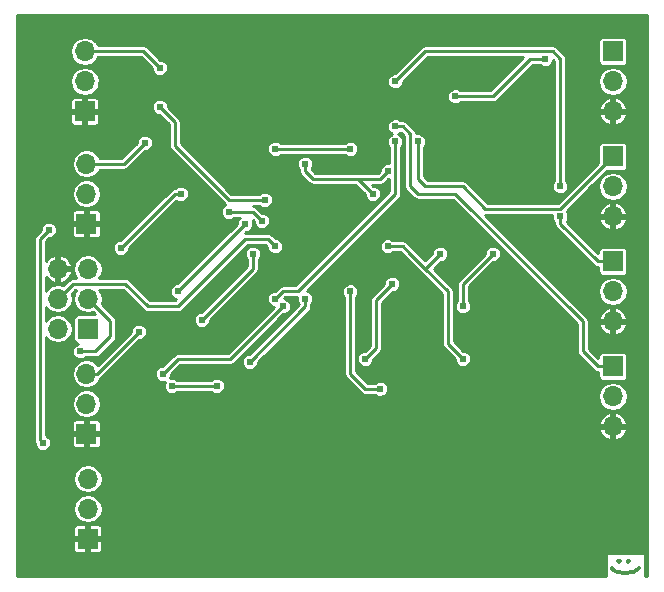
<source format=gbr>
G04 #@! TF.FileFunction,Copper,L2,Bot,Signal*
%FSLAX46Y46*%
G04 Gerber Fmt 4.6, Leading zero omitted, Abs format (unit mm)*
G04 Created by KiCad (PCBNEW 4.0.7) date 08/08/18 22:49:19*
%MOMM*%
%LPD*%
G01*
G04 APERTURE LIST*
%ADD10C,0.100000*%
%ADD11C,0.300000*%
%ADD12R,1.700000X1.700000*%
%ADD13O,1.700000X1.700000*%
%ADD14C,0.609600*%
%ADD15C,0.254000*%
G04 APERTURE END LIST*
D10*
D11*
X260957286Y-97163000D02*
X260885857Y-97234428D01*
X260814429Y-97163000D01*
X260885857Y-97091571D01*
X260957286Y-97163000D01*
X260814429Y-97163000D01*
X261743000Y-97163000D02*
X261671571Y-97234428D01*
X261600143Y-97163000D01*
X261671571Y-97091571D01*
X261743000Y-97163000D01*
X261600143Y-97163000D01*
X260243000Y-97734429D02*
X260314429Y-97805857D01*
X260528714Y-97948714D01*
X260671571Y-98020143D01*
X260885857Y-98091572D01*
X261243000Y-98163000D01*
X261528714Y-98163000D01*
X261885857Y-98091572D01*
X262100143Y-98020143D01*
X262243000Y-97948714D01*
X262457286Y-97805857D01*
X262528714Y-97734429D01*
D12*
X215773000Y-86360000D03*
D13*
X215773000Y-83820000D03*
X215773000Y-81280000D03*
D12*
X215773000Y-68580000D03*
D13*
X215773000Y-66040000D03*
X215773000Y-63500000D03*
D12*
X215900000Y-77470000D03*
D13*
X213360000Y-77470000D03*
X215900000Y-74930000D03*
X213360000Y-74930000D03*
X215900000Y-72390000D03*
X213360000Y-72390000D03*
D12*
X260350000Y-62865000D03*
D13*
X260350000Y-65405000D03*
X260350000Y-67945000D03*
D12*
X260350000Y-53975000D03*
D13*
X260350000Y-56515000D03*
X260350000Y-59055000D03*
D12*
X260350000Y-71755000D03*
D13*
X260350000Y-74295000D03*
X260350000Y-76835000D03*
D12*
X260350000Y-80645000D03*
D13*
X260350000Y-83185000D03*
X260350000Y-85725000D03*
D12*
X215646000Y-59055000D03*
D13*
X215646000Y-56515000D03*
X215646000Y-53975000D03*
D12*
X215900000Y-95250000D03*
D13*
X215900000Y-92710000D03*
X215900000Y-90170000D03*
D14*
X237363000Y-59690000D03*
X225552000Y-60198000D03*
X251206000Y-86614000D03*
X256286000Y-81026000D03*
X254762000Y-83058000D03*
X241935000Y-75565000D03*
X248285000Y-59055000D03*
X231775000Y-87630000D03*
X234950000Y-87630000D03*
X219710000Y-57785000D03*
X219710000Y-64770000D03*
X219710000Y-84455000D03*
X249936000Y-88392000D03*
X251079000Y-75057000D03*
X227076000Y-68834000D03*
X244475000Y-80645000D03*
X244475000Y-79375000D03*
X213360000Y-70485000D03*
X221615000Y-66040000D03*
X232410000Y-69215000D03*
X247015000Y-55245000D03*
X238760000Y-83185000D03*
X222250000Y-81280000D03*
X232410000Y-75565000D03*
X215265000Y-79375000D03*
X229616000Y-80264000D03*
X226822000Y-82296000D03*
X223012000Y-82296000D03*
X234315000Y-74930000D03*
X223520000Y-74295000D03*
X229235000Y-68580000D03*
X243840000Y-61595000D03*
X247015000Y-57785000D03*
X254635000Y-54610000D03*
X241935000Y-56515000D03*
X255905000Y-65405000D03*
X255905000Y-67945000D03*
X241935000Y-60325000D03*
X241935000Y-61595000D03*
X231775000Y-74930000D03*
X231775000Y-62230000D03*
X238125000Y-62230000D03*
X234315000Y-63500000D03*
X240030000Y-66040000D03*
X241300000Y-64135000D03*
X231775000Y-70485000D03*
X220218000Y-77724000D03*
X225552000Y-76708000D03*
X229870000Y-71120000D03*
X230632000Y-68326000D03*
X227838000Y-67564000D03*
X220726000Y-61722000D03*
X230886000Y-66548000D03*
X221996000Y-58674000D03*
X221996000Y-55372000D03*
X212090000Y-87122000D03*
X223774000Y-66040000D03*
X218694000Y-70612000D03*
X212598000Y-69088000D03*
X239395000Y-80010000D03*
X241681000Y-73660000D03*
X247650000Y-75565000D03*
X250190000Y-71120000D03*
X245745000Y-71120000D03*
X241300000Y-70485000D03*
X247650000Y-80010000D03*
X240665000Y-82550000D03*
X238125000Y-74295000D03*
D15*
X251079000Y-75057000D02*
X251206000Y-75184000D01*
X223520000Y-80010000D02*
X227965000Y-80010000D01*
X222250000Y-81280000D02*
X223520000Y-80010000D01*
X227965000Y-80010000D02*
X232410000Y-75565000D01*
X215265000Y-79375000D02*
X216535000Y-79375000D01*
X216535000Y-79375000D02*
X217805000Y-78105000D01*
X217805000Y-78105000D02*
X217805000Y-76835000D01*
X215900000Y-74930000D02*
X217805000Y-76835000D01*
X234315000Y-75565000D02*
X234315000Y-74930000D01*
X229616000Y-80264000D02*
X234315000Y-75565000D01*
X223012000Y-82296000D02*
X226822000Y-82296000D01*
X223520000Y-74295000D02*
X229235000Y-68580000D01*
X249555000Y-67310000D02*
X247650000Y-65405000D01*
X255905000Y-67310000D02*
X254635000Y-67310000D01*
X260350000Y-62865000D02*
X257175000Y-66040000D01*
X254635000Y-67310000D02*
X249555000Y-67310000D01*
X257175000Y-66040000D02*
X255905000Y-67310000D01*
X243840000Y-64770000D02*
X243840000Y-61595000D01*
X244475000Y-65405000D02*
X243840000Y-64770000D01*
X247650000Y-65405000D02*
X244475000Y-65405000D01*
X250190000Y-57785000D02*
X253365000Y-54610000D01*
X247015000Y-57785000D02*
X250190000Y-57785000D01*
X253365000Y-54610000D02*
X254635000Y-54610000D01*
X255905000Y-62230000D02*
X255905000Y-54610000D01*
X244475000Y-53975000D02*
X241935000Y-56515000D01*
X248285000Y-53975000D02*
X244475000Y-53975000D01*
X255270000Y-53975000D02*
X248285000Y-53975000D01*
X255905000Y-54610000D02*
X255270000Y-53975000D01*
X255905000Y-68580000D02*
X255905000Y-67945000D01*
X259080000Y-71755000D02*
X255905000Y-68580000D01*
X259080000Y-71755000D02*
X260350000Y-71755000D01*
X255905000Y-65405000D02*
X255905000Y-62230000D01*
X242570000Y-60325000D02*
X241935000Y-60325000D01*
X259080000Y-80645000D02*
X257810000Y-79375000D01*
X257810000Y-79375000D02*
X257810000Y-76835000D01*
X257810000Y-76835000D02*
X247015000Y-66040000D01*
X247015000Y-66040000D02*
X243840000Y-66040000D01*
X243840000Y-66040000D02*
X243205000Y-65405000D01*
X243205000Y-65405000D02*
X243205000Y-60960000D01*
X243205000Y-60960000D02*
X242570000Y-60325000D01*
X260350000Y-80645000D02*
X259080000Y-80645000D01*
X241935000Y-66040000D02*
X241935000Y-61595000D01*
X233680000Y-74295000D02*
X241935000Y-66040000D01*
X232410000Y-74295000D02*
X233680000Y-74295000D01*
X231775000Y-74930000D02*
X232410000Y-74295000D01*
X231775000Y-62230000D02*
X238125000Y-62230000D01*
X234315000Y-63500000D02*
X234315000Y-64135000D01*
X234950000Y-64770000D02*
X238760000Y-64770000D01*
X234315000Y-64135000D02*
X234950000Y-64770000D01*
X240030000Y-66040000D02*
X238760000Y-64770000D01*
X238760000Y-64770000D02*
X240665000Y-64770000D01*
X240665000Y-64770000D02*
X241300000Y-64135000D01*
X222885000Y-75565000D02*
X220980000Y-75565000D01*
X222885000Y-75565000D02*
X223520000Y-75565000D01*
X223520000Y-75565000D02*
X229235000Y-69850000D01*
X229235000Y-69850000D02*
X231140000Y-69850000D01*
X231140000Y-69850000D02*
X231775000Y-70485000D01*
X214630000Y-73660000D02*
X213360000Y-74930000D01*
X219075000Y-73660000D02*
X214630000Y-73660000D01*
X220980000Y-75565000D02*
X219075000Y-73660000D01*
X215900000Y-81280000D02*
X216662000Y-81280000D01*
X216662000Y-81280000D02*
X220218000Y-77724000D01*
X225552000Y-76708000D02*
X229870000Y-72390000D01*
X229870000Y-72390000D02*
X229870000Y-71120000D01*
X230632000Y-68326000D02*
X229870000Y-67564000D01*
X229870000Y-67564000D02*
X227838000Y-67564000D01*
X215900000Y-63500000D02*
X218948000Y-63500000D01*
X218948000Y-63500000D02*
X220726000Y-61722000D01*
X215900000Y-53975000D02*
X220599000Y-53975000D01*
X227838000Y-66548000D02*
X230886000Y-66548000D01*
X223266000Y-61976000D02*
X227838000Y-66548000D01*
X223266000Y-59944000D02*
X223266000Y-61976000D01*
X221996000Y-58674000D02*
X223266000Y-59944000D01*
X220599000Y-53975000D02*
X221996000Y-55372000D01*
X211836000Y-86868000D02*
X212090000Y-87122000D01*
X211836000Y-69850000D02*
X211836000Y-86868000D01*
X212598000Y-69088000D02*
X211836000Y-69850000D01*
X223266000Y-66040000D02*
X223774000Y-66040000D01*
X218694000Y-70612000D02*
X223266000Y-66040000D01*
X239395000Y-80010000D02*
X240284000Y-79121000D01*
X240284000Y-75057000D02*
X241681000Y-73660000D01*
X240284000Y-79121000D02*
X240284000Y-75057000D01*
X247650000Y-73660000D02*
X247650000Y-75565000D01*
X250190000Y-71120000D02*
X247650000Y-73660000D01*
X245745000Y-71120000D02*
X244475000Y-72390000D01*
X246380000Y-76200000D02*
X246380000Y-74295000D01*
X242570000Y-70485000D02*
X241300000Y-70485000D01*
X243205000Y-71120000D02*
X242570000Y-70485000D01*
X247650000Y-80010000D02*
X246380000Y-78740000D01*
X246380000Y-78740000D02*
X246380000Y-76200000D01*
X246380000Y-74295000D02*
X244475000Y-72390000D01*
X244475000Y-72390000D02*
X243205000Y-71120000D01*
X240665000Y-82550000D02*
X239395000Y-82550000D01*
X238125000Y-81280000D02*
X238125000Y-74295000D01*
X239395000Y-82550000D02*
X238125000Y-81280000D01*
G36*
X263271000Y-98425000D02*
X263074000Y-98425000D01*
X263074000Y-96424857D01*
X259762000Y-96424857D01*
X259762000Y-98425000D01*
X209931000Y-98425000D01*
X209931000Y-95472250D01*
X214669000Y-95472250D01*
X214669000Y-96175785D01*
X214727004Y-96315819D01*
X214834180Y-96422996D01*
X214974214Y-96481000D01*
X215677750Y-96481000D01*
X215773000Y-96385750D01*
X215773000Y-95377000D01*
X216027000Y-95377000D01*
X216027000Y-96385750D01*
X216122250Y-96481000D01*
X216825786Y-96481000D01*
X216965820Y-96422996D01*
X217072996Y-96315819D01*
X217131000Y-96175785D01*
X217131000Y-95472250D01*
X217035750Y-95377000D01*
X216027000Y-95377000D01*
X215773000Y-95377000D01*
X214764250Y-95377000D01*
X214669000Y-95472250D01*
X209931000Y-95472250D01*
X209931000Y-94324215D01*
X214669000Y-94324215D01*
X214669000Y-95027750D01*
X214764250Y-95123000D01*
X215773000Y-95123000D01*
X215773000Y-94114250D01*
X216027000Y-94114250D01*
X216027000Y-95123000D01*
X217035750Y-95123000D01*
X217131000Y-95027750D01*
X217131000Y-94324215D01*
X217072996Y-94184181D01*
X216965820Y-94077004D01*
X216825786Y-94019000D01*
X216122250Y-94019000D01*
X216027000Y-94114250D01*
X215773000Y-94114250D01*
X215677750Y-94019000D01*
X214974214Y-94019000D01*
X214834180Y-94077004D01*
X214727004Y-94184181D01*
X214669000Y-94324215D01*
X209931000Y-94324215D01*
X209931000Y-92710000D01*
X214644883Y-92710000D01*
X214738587Y-93181083D01*
X215005435Y-93580448D01*
X215404800Y-93847296D01*
X215875883Y-93941000D01*
X215924117Y-93941000D01*
X216395200Y-93847296D01*
X216794565Y-93580448D01*
X217061413Y-93181083D01*
X217155117Y-92710000D01*
X217061413Y-92238917D01*
X216794565Y-91839552D01*
X216395200Y-91572704D01*
X215924117Y-91479000D01*
X215875883Y-91479000D01*
X215404800Y-91572704D01*
X215005435Y-91839552D01*
X214738587Y-92238917D01*
X214644883Y-92710000D01*
X209931000Y-92710000D01*
X209931000Y-90170000D01*
X214644883Y-90170000D01*
X214738587Y-90641083D01*
X215005435Y-91040448D01*
X215404800Y-91307296D01*
X215875883Y-91401000D01*
X215924117Y-91401000D01*
X216395200Y-91307296D01*
X216794565Y-91040448D01*
X217061413Y-90641083D01*
X217155117Y-90170000D01*
X217061413Y-89698917D01*
X216794565Y-89299552D01*
X216395200Y-89032704D01*
X215924117Y-88939000D01*
X215875883Y-88939000D01*
X215404800Y-89032704D01*
X215005435Y-89299552D01*
X214738587Y-89698917D01*
X214644883Y-90170000D01*
X209931000Y-90170000D01*
X209931000Y-69850000D01*
X211328000Y-69850000D01*
X211328000Y-86868000D01*
X211366669Y-87062403D01*
X211404202Y-87118576D01*
X211404081Y-87257816D01*
X211508268Y-87509967D01*
X211701018Y-87703054D01*
X211952987Y-87807681D01*
X212225816Y-87807919D01*
X212477967Y-87703732D01*
X212671054Y-87510982D01*
X212775681Y-87259013D01*
X212775919Y-86986184D01*
X212671732Y-86734033D01*
X212520214Y-86582250D01*
X214542000Y-86582250D01*
X214542000Y-87285785D01*
X214600004Y-87425819D01*
X214707180Y-87532996D01*
X214847214Y-87591000D01*
X215550750Y-87591000D01*
X215646000Y-87495750D01*
X215646000Y-86487000D01*
X215900000Y-86487000D01*
X215900000Y-87495750D01*
X215995250Y-87591000D01*
X216698786Y-87591000D01*
X216838820Y-87532996D01*
X216945996Y-87425819D01*
X217004000Y-87285785D01*
X217004000Y-86582250D01*
X216908750Y-86487000D01*
X215900000Y-86487000D01*
X215646000Y-86487000D01*
X214637250Y-86487000D01*
X214542000Y-86582250D01*
X212520214Y-86582250D01*
X212478982Y-86540946D01*
X212344000Y-86484896D01*
X212344000Y-85434215D01*
X214542000Y-85434215D01*
X214542000Y-86137750D01*
X214637250Y-86233000D01*
X215646000Y-86233000D01*
X215646000Y-85224250D01*
X215900000Y-85224250D01*
X215900000Y-86233000D01*
X216908750Y-86233000D01*
X217004000Y-86137750D01*
X217004000Y-86041980D01*
X259160511Y-86041980D01*
X259284755Y-86341964D01*
X259601944Y-86702652D01*
X260033018Y-86914501D01*
X260223000Y-86854193D01*
X260223000Y-85852000D01*
X260477000Y-85852000D01*
X260477000Y-86854193D01*
X260666982Y-86914501D01*
X261098056Y-86702652D01*
X261415245Y-86341964D01*
X261539489Y-86041980D01*
X261478627Y-85852000D01*
X260477000Y-85852000D01*
X260223000Y-85852000D01*
X259221373Y-85852000D01*
X259160511Y-86041980D01*
X217004000Y-86041980D01*
X217004000Y-85434215D01*
X216993150Y-85408020D01*
X259160511Y-85408020D01*
X259221373Y-85598000D01*
X260223000Y-85598000D01*
X260223000Y-84595807D01*
X260477000Y-84595807D01*
X260477000Y-85598000D01*
X261478627Y-85598000D01*
X261539489Y-85408020D01*
X261415245Y-85108036D01*
X261098056Y-84747348D01*
X260666982Y-84535499D01*
X260477000Y-84595807D01*
X260223000Y-84595807D01*
X260033018Y-84535499D01*
X259601944Y-84747348D01*
X259284755Y-85108036D01*
X259160511Y-85408020D01*
X216993150Y-85408020D01*
X216945996Y-85294181D01*
X216838820Y-85187004D01*
X216698786Y-85129000D01*
X215995250Y-85129000D01*
X215900000Y-85224250D01*
X215646000Y-85224250D01*
X215550750Y-85129000D01*
X214847214Y-85129000D01*
X214707180Y-85187004D01*
X214600004Y-85294181D01*
X214542000Y-85434215D01*
X212344000Y-85434215D01*
X212344000Y-83820000D01*
X214517883Y-83820000D01*
X214611587Y-84291083D01*
X214878435Y-84690448D01*
X215277800Y-84957296D01*
X215748883Y-85051000D01*
X215797117Y-85051000D01*
X216268200Y-84957296D01*
X216667565Y-84690448D01*
X216934413Y-84291083D01*
X217028117Y-83820000D01*
X216934413Y-83348917D01*
X216667565Y-82949552D01*
X216268200Y-82682704D01*
X215797117Y-82589000D01*
X215748883Y-82589000D01*
X215277800Y-82682704D01*
X214878435Y-82949552D01*
X214611587Y-83348917D01*
X214517883Y-83820000D01*
X212344000Y-83820000D01*
X212344000Y-81280000D01*
X214517883Y-81280000D01*
X214611587Y-81751083D01*
X214878435Y-82150448D01*
X215277800Y-82417296D01*
X215748883Y-82511000D01*
X215797117Y-82511000D01*
X216268200Y-82417296D01*
X216667565Y-82150448D01*
X216934413Y-81751083D01*
X216946772Y-81688948D01*
X217021210Y-81639210D01*
X217244604Y-81415816D01*
X221564081Y-81415816D01*
X221668268Y-81667967D01*
X221861018Y-81861054D01*
X222112987Y-81965681D01*
X222385816Y-81965919D01*
X222410769Y-81955608D01*
X222326319Y-82158987D01*
X222326081Y-82431816D01*
X222430268Y-82683967D01*
X222623018Y-82877054D01*
X222874987Y-82981681D01*
X223147816Y-82981919D01*
X223399967Y-82877732D01*
X223473828Y-82804000D01*
X226360092Y-82804000D01*
X226433018Y-82877054D01*
X226684987Y-82981681D01*
X226957816Y-82981919D01*
X227209967Y-82877732D01*
X227403054Y-82684982D01*
X227507681Y-82433013D01*
X227507919Y-82160184D01*
X227403732Y-81908033D01*
X227210982Y-81714946D01*
X226959013Y-81610319D01*
X226686184Y-81610081D01*
X226434033Y-81714268D01*
X226360172Y-81788000D01*
X223473908Y-81788000D01*
X223400982Y-81714946D01*
X223149013Y-81610319D01*
X222876184Y-81610081D01*
X222851231Y-81620392D01*
X222935681Y-81417013D01*
X222935772Y-81312648D01*
X223730420Y-80518000D01*
X227965000Y-80518000D01*
X228159403Y-80479331D01*
X228324210Y-80369210D01*
X232442591Y-76250829D01*
X232545816Y-76250919D01*
X232797967Y-76146732D01*
X232991054Y-75953982D01*
X233095681Y-75702013D01*
X233095919Y-75429184D01*
X232991732Y-75177033D01*
X232798982Y-74983946D01*
X232547013Y-74879319D01*
X232544104Y-74879316D01*
X232620421Y-74803000D01*
X233629310Y-74803000D01*
X233629081Y-75065816D01*
X233733268Y-75317967D01*
X233788392Y-75373187D01*
X229583409Y-79578171D01*
X229480184Y-79578081D01*
X229228033Y-79682268D01*
X229034946Y-79875018D01*
X228930319Y-80126987D01*
X228930081Y-80399816D01*
X229034268Y-80651967D01*
X229227018Y-80845054D01*
X229478987Y-80949681D01*
X229751816Y-80949919D01*
X230003967Y-80845732D01*
X230197054Y-80652982D01*
X230301681Y-80401013D01*
X230301772Y-80296648D01*
X234674211Y-75924210D01*
X234784331Y-75759403D01*
X234823000Y-75565000D01*
X234823000Y-75391908D01*
X234896054Y-75318982D01*
X235000681Y-75067013D01*
X235000919Y-74794184D01*
X234896732Y-74542033D01*
X234785710Y-74430816D01*
X237439081Y-74430816D01*
X237543268Y-74682967D01*
X237617000Y-74756828D01*
X237617000Y-81280000D01*
X237655669Y-81474403D01*
X237765790Y-81639210D01*
X239035790Y-82909210D01*
X239200596Y-83019331D01*
X239232850Y-83025746D01*
X239395000Y-83058000D01*
X240203092Y-83058000D01*
X240276018Y-83131054D01*
X240527987Y-83235681D01*
X240800816Y-83235919D01*
X240924049Y-83185000D01*
X259094883Y-83185000D01*
X259188587Y-83656083D01*
X259455435Y-84055448D01*
X259854800Y-84322296D01*
X260325883Y-84416000D01*
X260374117Y-84416000D01*
X260845200Y-84322296D01*
X261244565Y-84055448D01*
X261511413Y-83656083D01*
X261605117Y-83185000D01*
X261511413Y-82713917D01*
X261244565Y-82314552D01*
X260845200Y-82047704D01*
X260374117Y-81954000D01*
X260325883Y-81954000D01*
X259854800Y-82047704D01*
X259455435Y-82314552D01*
X259188587Y-82713917D01*
X259094883Y-83185000D01*
X240924049Y-83185000D01*
X241052967Y-83131732D01*
X241246054Y-82938982D01*
X241350681Y-82687013D01*
X241350919Y-82414184D01*
X241246732Y-82162033D01*
X241053982Y-81968946D01*
X240802013Y-81864319D01*
X240529184Y-81864081D01*
X240277033Y-81968268D01*
X240203172Y-82042000D01*
X239605420Y-82042000D01*
X238633000Y-81069580D01*
X238633000Y-80145816D01*
X238709081Y-80145816D01*
X238813268Y-80397967D01*
X239006018Y-80591054D01*
X239257987Y-80695681D01*
X239530816Y-80695919D01*
X239782967Y-80591732D01*
X239976054Y-80398982D01*
X240080681Y-80147013D01*
X240080772Y-80042648D01*
X240643210Y-79480210D01*
X240753331Y-79315403D01*
X240792000Y-79121000D01*
X240792000Y-75267420D01*
X241713591Y-74345829D01*
X241816816Y-74345919D01*
X242068967Y-74241732D01*
X242262054Y-74048982D01*
X242366681Y-73797013D01*
X242366919Y-73524184D01*
X242262732Y-73272033D01*
X242069982Y-73078946D01*
X241818013Y-72974319D01*
X241545184Y-72974081D01*
X241293033Y-73078268D01*
X241099946Y-73271018D01*
X240995319Y-73522987D01*
X240995228Y-73627352D01*
X239924790Y-74697790D01*
X239814669Y-74862597D01*
X239776000Y-75057000D01*
X239776000Y-78910580D01*
X239362409Y-79324171D01*
X239259184Y-79324081D01*
X239007033Y-79428268D01*
X238813946Y-79621018D01*
X238709319Y-79872987D01*
X238709081Y-80145816D01*
X238633000Y-80145816D01*
X238633000Y-74756908D01*
X238706054Y-74683982D01*
X238810681Y-74432013D01*
X238810919Y-74159184D01*
X238706732Y-73907033D01*
X238513982Y-73713946D01*
X238262013Y-73609319D01*
X237989184Y-73609081D01*
X237737033Y-73713268D01*
X237543946Y-73906018D01*
X237439319Y-74157987D01*
X237439081Y-74430816D01*
X234785710Y-74430816D01*
X234703982Y-74348946D01*
X234452013Y-74244319D01*
X234449104Y-74244316D01*
X238072604Y-70620816D01*
X240614081Y-70620816D01*
X240718268Y-70872967D01*
X240911018Y-71066054D01*
X241162987Y-71170681D01*
X241435816Y-71170919D01*
X241687967Y-71066732D01*
X241761828Y-70993000D01*
X242359580Y-70993000D01*
X242845790Y-71479211D01*
X242845793Y-71479213D01*
X245872000Y-74505420D01*
X245872000Y-78740000D01*
X245910669Y-78934403D01*
X246020790Y-79099210D01*
X246964171Y-80042591D01*
X246964081Y-80145816D01*
X247068268Y-80397967D01*
X247261018Y-80591054D01*
X247512987Y-80695681D01*
X247785816Y-80695919D01*
X248037967Y-80591732D01*
X248231054Y-80398982D01*
X248335681Y-80147013D01*
X248335919Y-79874184D01*
X248231732Y-79622033D01*
X248038982Y-79428946D01*
X247787013Y-79324319D01*
X247682648Y-79324228D01*
X246888000Y-78529580D01*
X246888000Y-75700816D01*
X246964081Y-75700816D01*
X247068268Y-75952967D01*
X247261018Y-76146054D01*
X247512987Y-76250681D01*
X247785816Y-76250919D01*
X248037967Y-76146732D01*
X248231054Y-75953982D01*
X248335681Y-75702013D01*
X248335919Y-75429184D01*
X248231732Y-75177033D01*
X248158000Y-75103172D01*
X248158000Y-73870420D01*
X250222592Y-71805829D01*
X250325816Y-71805919D01*
X250577967Y-71701732D01*
X250771054Y-71508982D01*
X250875681Y-71257013D01*
X250875919Y-70984184D01*
X250771732Y-70732033D01*
X250578982Y-70538946D01*
X250327013Y-70434319D01*
X250054184Y-70434081D01*
X249802033Y-70538268D01*
X249608946Y-70731018D01*
X249504319Y-70982987D01*
X249504228Y-71087351D01*
X247290790Y-73300790D01*
X247180669Y-73465597D01*
X247142000Y-73660000D01*
X247142000Y-75103092D01*
X247068946Y-75176018D01*
X246964319Y-75427987D01*
X246964081Y-75700816D01*
X246888000Y-75700816D01*
X246888000Y-74295000D01*
X246849331Y-74100597D01*
X246739210Y-73935790D01*
X245193420Y-72390000D01*
X245777591Y-71805829D01*
X245880816Y-71805919D01*
X246132967Y-71701732D01*
X246326054Y-71508982D01*
X246430681Y-71257013D01*
X246430919Y-70984184D01*
X246326732Y-70732033D01*
X246133982Y-70538946D01*
X245882013Y-70434319D01*
X245609184Y-70434081D01*
X245357033Y-70538268D01*
X245163946Y-70731018D01*
X245059319Y-70982987D01*
X245059228Y-71087352D01*
X244475000Y-71671580D01*
X243564213Y-70760793D01*
X243564211Y-70760790D01*
X242929210Y-70125790D01*
X242764403Y-70015669D01*
X242570000Y-69977000D01*
X241761908Y-69977000D01*
X241688982Y-69903946D01*
X241437013Y-69799319D01*
X241164184Y-69799081D01*
X240912033Y-69903268D01*
X240718946Y-70096018D01*
X240614319Y-70347987D01*
X240614081Y-70620816D01*
X238072604Y-70620816D01*
X242294210Y-66399210D01*
X242404331Y-66234403D01*
X242443000Y-66040000D01*
X242443000Y-62056908D01*
X242516054Y-61983982D01*
X242620681Y-61732013D01*
X242620919Y-61459184D01*
X242516732Y-61207033D01*
X242323982Y-61013946D01*
X242194058Y-60959996D01*
X242322967Y-60906732D01*
X242378188Y-60851608D01*
X242697000Y-61170421D01*
X242697000Y-65405000D01*
X242735669Y-65599403D01*
X242845790Y-65764210D01*
X243480790Y-66399211D01*
X243645597Y-66509331D01*
X243840000Y-66548000D01*
X246804580Y-66548000D01*
X257302000Y-77045421D01*
X257302000Y-79375000D01*
X257340669Y-79569403D01*
X257450790Y-79734210D01*
X258720790Y-81004210D01*
X258885596Y-81114331D01*
X258917850Y-81120746D01*
X259080000Y-81153000D01*
X259111536Y-81153000D01*
X259111536Y-81495000D01*
X259138103Y-81636190D01*
X259221546Y-81765865D01*
X259348866Y-81852859D01*
X259500000Y-81883464D01*
X261200000Y-81883464D01*
X261341190Y-81856897D01*
X261470865Y-81773454D01*
X261557859Y-81646134D01*
X261588464Y-81495000D01*
X261588464Y-79795000D01*
X261561897Y-79653810D01*
X261478454Y-79524135D01*
X261351134Y-79437141D01*
X261200000Y-79406536D01*
X259500000Y-79406536D01*
X259358810Y-79433103D01*
X259229135Y-79516546D01*
X259142141Y-79643866D01*
X259111536Y-79795000D01*
X259111536Y-79958116D01*
X258318000Y-79164580D01*
X258318000Y-77151980D01*
X259160511Y-77151980D01*
X259284755Y-77451964D01*
X259601944Y-77812652D01*
X260033018Y-78024501D01*
X260223000Y-77964193D01*
X260223000Y-76962000D01*
X260477000Y-76962000D01*
X260477000Y-77964193D01*
X260666982Y-78024501D01*
X261098056Y-77812652D01*
X261415245Y-77451964D01*
X261539489Y-77151980D01*
X261478627Y-76962000D01*
X260477000Y-76962000D01*
X260223000Y-76962000D01*
X259221373Y-76962000D01*
X259160511Y-77151980D01*
X258318000Y-77151980D01*
X258318000Y-76835000D01*
X258279331Y-76640597D01*
X258279331Y-76640596D01*
X258197428Y-76518020D01*
X259160511Y-76518020D01*
X259221373Y-76708000D01*
X260223000Y-76708000D01*
X260223000Y-75705807D01*
X260477000Y-75705807D01*
X260477000Y-76708000D01*
X261478627Y-76708000D01*
X261539489Y-76518020D01*
X261415245Y-76218036D01*
X261098056Y-75857348D01*
X260666982Y-75645499D01*
X260477000Y-75705807D01*
X260223000Y-75705807D01*
X260033018Y-75645499D01*
X259601944Y-75857348D01*
X259284755Y-76218036D01*
X259160511Y-76518020D01*
X258197428Y-76518020D01*
X258169210Y-76475789D01*
X255988421Y-74295000D01*
X259094883Y-74295000D01*
X259188587Y-74766083D01*
X259455435Y-75165448D01*
X259854800Y-75432296D01*
X260325883Y-75526000D01*
X260374117Y-75526000D01*
X260845200Y-75432296D01*
X261244565Y-75165448D01*
X261511413Y-74766083D01*
X261605117Y-74295000D01*
X261511413Y-73823917D01*
X261244565Y-73424552D01*
X260845200Y-73157704D01*
X260374117Y-73064000D01*
X260325883Y-73064000D01*
X259854800Y-73157704D01*
X259455435Y-73424552D01*
X259188587Y-73823917D01*
X259094883Y-74295000D01*
X255988421Y-74295000D01*
X249500599Y-67807179D01*
X249555000Y-67818000D01*
X255219310Y-67818000D01*
X255219081Y-68080816D01*
X255323268Y-68332967D01*
X255397000Y-68406828D01*
X255397000Y-68580000D01*
X255435669Y-68774403D01*
X255545790Y-68939210D01*
X258720790Y-72114210D01*
X258885597Y-72224331D01*
X259080000Y-72263000D01*
X259111536Y-72263000D01*
X259111536Y-72605000D01*
X259138103Y-72746190D01*
X259221546Y-72875865D01*
X259348866Y-72962859D01*
X259500000Y-72993464D01*
X261200000Y-72993464D01*
X261341190Y-72966897D01*
X261470865Y-72883454D01*
X261557859Y-72756134D01*
X261588464Y-72605000D01*
X261588464Y-70905000D01*
X261561897Y-70763810D01*
X261478454Y-70634135D01*
X261351134Y-70547141D01*
X261200000Y-70516536D01*
X259500000Y-70516536D01*
X259358810Y-70543103D01*
X259229135Y-70626546D01*
X259142141Y-70753866D01*
X259111536Y-70905000D01*
X259111536Y-71068116D01*
X256431681Y-68388261D01*
X256486054Y-68333982D01*
X256515951Y-68261980D01*
X259160511Y-68261980D01*
X259284755Y-68561964D01*
X259601944Y-68922652D01*
X260033018Y-69134501D01*
X260223000Y-69074193D01*
X260223000Y-68072000D01*
X260477000Y-68072000D01*
X260477000Y-69074193D01*
X260666982Y-69134501D01*
X261098056Y-68922652D01*
X261415245Y-68561964D01*
X261539489Y-68261980D01*
X261478627Y-68072000D01*
X260477000Y-68072000D01*
X260223000Y-68072000D01*
X259221373Y-68072000D01*
X259160511Y-68261980D01*
X256515951Y-68261980D01*
X256590681Y-68082013D01*
X256590919Y-67809184D01*
X256516064Y-67628020D01*
X259160511Y-67628020D01*
X259221373Y-67818000D01*
X260223000Y-67818000D01*
X260223000Y-66815807D01*
X260477000Y-66815807D01*
X260477000Y-67818000D01*
X261478627Y-67818000D01*
X261539489Y-67628020D01*
X261415245Y-67328036D01*
X261098056Y-66967348D01*
X260666982Y-66755499D01*
X260477000Y-66815807D01*
X260223000Y-66815807D01*
X260033018Y-66755499D01*
X259601944Y-66967348D01*
X259284755Y-67328036D01*
X259160511Y-67628020D01*
X256516064Y-67628020D01*
X256486732Y-67557033D01*
X256431608Y-67501812D01*
X258528420Y-65405000D01*
X259094883Y-65405000D01*
X259188587Y-65876083D01*
X259455435Y-66275448D01*
X259854800Y-66542296D01*
X260325883Y-66636000D01*
X260374117Y-66636000D01*
X260845200Y-66542296D01*
X261244565Y-66275448D01*
X261511413Y-65876083D01*
X261605117Y-65405000D01*
X261511413Y-64933917D01*
X261244565Y-64534552D01*
X260845200Y-64267704D01*
X260374117Y-64174000D01*
X260325883Y-64174000D01*
X259854800Y-64267704D01*
X259455435Y-64534552D01*
X259188587Y-64933917D01*
X259094883Y-65405000D01*
X258528420Y-65405000D01*
X259829956Y-64103464D01*
X261200000Y-64103464D01*
X261341190Y-64076897D01*
X261470865Y-63993454D01*
X261557859Y-63866134D01*
X261588464Y-63715000D01*
X261588464Y-62015000D01*
X261561897Y-61873810D01*
X261478454Y-61744135D01*
X261351134Y-61657141D01*
X261200000Y-61626536D01*
X259500000Y-61626536D01*
X259358810Y-61653103D01*
X259229135Y-61736546D01*
X259142141Y-61863866D01*
X259111536Y-62015000D01*
X259111536Y-63385044D01*
X255694580Y-66802000D01*
X249765420Y-66802000D01*
X248009210Y-65045790D01*
X247844403Y-64935669D01*
X247650000Y-64897000D01*
X244685421Y-64897000D01*
X244348000Y-64559580D01*
X244348000Y-62056908D01*
X244421054Y-61983982D01*
X244525681Y-61732013D01*
X244525919Y-61459184D01*
X244421732Y-61207033D01*
X244228982Y-61013946D01*
X243977013Y-60909319D01*
X243704184Y-60909081D01*
X243702971Y-60909582D01*
X243674331Y-60765597D01*
X243619950Y-60684210D01*
X243564211Y-60600790D01*
X242929210Y-59965790D01*
X242764403Y-59855669D01*
X242570000Y-59817000D01*
X242396908Y-59817000D01*
X242323982Y-59743946D01*
X242072013Y-59639319D01*
X241799184Y-59639081D01*
X241547033Y-59743268D01*
X241353946Y-59936018D01*
X241249319Y-60187987D01*
X241249081Y-60460816D01*
X241353268Y-60712967D01*
X241546018Y-60906054D01*
X241675942Y-60960004D01*
X241547033Y-61013268D01*
X241353946Y-61206018D01*
X241249319Y-61457987D01*
X241249081Y-61730816D01*
X241353268Y-61982967D01*
X241427000Y-62056828D01*
X241427000Y-63449310D01*
X241164184Y-63449081D01*
X240912033Y-63553268D01*
X240718946Y-63746018D01*
X240614319Y-63997987D01*
X240614228Y-64102352D01*
X240454580Y-64262000D01*
X235160421Y-64262000D01*
X234841681Y-63943260D01*
X234896054Y-63888982D01*
X235000681Y-63637013D01*
X235000919Y-63364184D01*
X234896732Y-63112033D01*
X234703982Y-62918946D01*
X234452013Y-62814319D01*
X234179184Y-62814081D01*
X233927033Y-62918268D01*
X233733946Y-63111018D01*
X233629319Y-63362987D01*
X233629081Y-63635816D01*
X233733268Y-63887967D01*
X233807000Y-63961828D01*
X233807000Y-64135000D01*
X233845669Y-64329403D01*
X233955790Y-64494210D01*
X234590790Y-65129211D01*
X234755597Y-65239331D01*
X234950000Y-65278000D01*
X238549580Y-65278000D01*
X239344171Y-66072591D01*
X239344081Y-66175816D01*
X239448268Y-66427967D01*
X239641018Y-66621054D01*
X239892987Y-66725681D01*
X240165816Y-66725919D01*
X240417967Y-66621732D01*
X240611054Y-66428982D01*
X240715681Y-66177013D01*
X240715919Y-65904184D01*
X240611732Y-65652033D01*
X240418982Y-65458946D01*
X240167013Y-65354319D01*
X240062648Y-65354228D01*
X239986420Y-65278000D01*
X240665000Y-65278000D01*
X240859403Y-65239331D01*
X241024210Y-65129210D01*
X241332592Y-64820829D01*
X241427000Y-64820911D01*
X241427000Y-65829580D01*
X233469580Y-73787000D01*
X232410000Y-73787000D01*
X232215597Y-73825669D01*
X232050790Y-73935789D01*
X231742408Y-74244171D01*
X231639184Y-74244081D01*
X231387033Y-74348268D01*
X231193946Y-74541018D01*
X231089319Y-74792987D01*
X231089081Y-75065816D01*
X231193268Y-75317967D01*
X231386018Y-75511054D01*
X231637987Y-75615681D01*
X231640896Y-75615684D01*
X227754580Y-79502000D01*
X223520000Y-79502000D01*
X223357850Y-79534254D01*
X223325596Y-79540669D01*
X223160790Y-79650790D01*
X222217409Y-80594171D01*
X222114184Y-80594081D01*
X221862033Y-80698268D01*
X221668946Y-80891018D01*
X221564319Y-81142987D01*
X221564081Y-81415816D01*
X217244604Y-81415816D01*
X220250592Y-78409829D01*
X220353816Y-78409919D01*
X220605967Y-78305732D01*
X220799054Y-78112982D01*
X220903681Y-77861013D01*
X220903919Y-77588184D01*
X220799732Y-77336033D01*
X220606982Y-77142946D01*
X220355013Y-77038319D01*
X220082184Y-77038081D01*
X219830033Y-77142268D01*
X219636946Y-77335018D01*
X219532319Y-77586987D01*
X219532228Y-77691351D01*
X216726230Y-80497350D01*
X216667565Y-80409552D01*
X216268200Y-80142704D01*
X215797117Y-80049000D01*
X215748883Y-80049000D01*
X215277800Y-80142704D01*
X214878435Y-80409552D01*
X214611587Y-80808917D01*
X214517883Y-81280000D01*
X212344000Y-81280000D01*
X212344000Y-78158708D01*
X212465435Y-78340448D01*
X212864800Y-78607296D01*
X213335883Y-78701000D01*
X213384117Y-78701000D01*
X213855200Y-78607296D01*
X214254565Y-78340448D01*
X214521413Y-77941083D01*
X214615117Y-77470000D01*
X214521413Y-76998917D01*
X214254565Y-76599552D01*
X213855200Y-76332704D01*
X213384117Y-76239000D01*
X213335883Y-76239000D01*
X212864800Y-76332704D01*
X212465435Y-76599552D01*
X212344000Y-76781292D01*
X212344000Y-75618708D01*
X212465435Y-75800448D01*
X212864800Y-76067296D01*
X213335883Y-76161000D01*
X213384117Y-76161000D01*
X213855200Y-76067296D01*
X214254565Y-75800448D01*
X214521413Y-75401083D01*
X214615117Y-74930000D01*
X214526073Y-74482347D01*
X214840420Y-74168000D01*
X214932972Y-74168000D01*
X214738587Y-74458917D01*
X214644883Y-74930000D01*
X214738587Y-75401083D01*
X215005435Y-75800448D01*
X215404800Y-76067296D01*
X215875883Y-76161000D01*
X215924117Y-76161000D01*
X216331539Y-76079959D01*
X216483116Y-76231536D01*
X215050000Y-76231536D01*
X214908810Y-76258103D01*
X214779135Y-76341546D01*
X214692141Y-76468866D01*
X214661536Y-76620000D01*
X214661536Y-78320000D01*
X214688103Y-78461190D01*
X214771546Y-78590865D01*
X214898866Y-78677859D01*
X215050000Y-78708464D01*
X215082274Y-78708464D01*
X214877033Y-78793268D01*
X214683946Y-78986018D01*
X214579319Y-79237987D01*
X214579081Y-79510816D01*
X214683268Y-79762967D01*
X214876018Y-79956054D01*
X215127987Y-80060681D01*
X215400816Y-80060919D01*
X215652967Y-79956732D01*
X215726828Y-79883000D01*
X216535000Y-79883000D01*
X216729403Y-79844331D01*
X216894210Y-79734210D01*
X218164210Y-78464210D01*
X218274331Y-78299404D01*
X218287738Y-78232000D01*
X218313000Y-78105000D01*
X218313000Y-76843816D01*
X224866081Y-76843816D01*
X224970268Y-77095967D01*
X225163018Y-77289054D01*
X225414987Y-77393681D01*
X225687816Y-77393919D01*
X225939967Y-77289732D01*
X226133054Y-77096982D01*
X226237681Y-76845013D01*
X226237772Y-76740648D01*
X230229210Y-72749210D01*
X230339331Y-72584404D01*
X230378000Y-72390000D01*
X230378000Y-71581908D01*
X230451054Y-71508982D01*
X230555681Y-71257013D01*
X230555919Y-70984184D01*
X230451732Y-70732033D01*
X230258982Y-70538946D01*
X230007013Y-70434319D01*
X229734184Y-70434081D01*
X229482033Y-70538268D01*
X229288946Y-70731018D01*
X229184319Y-70982987D01*
X229184081Y-71255816D01*
X229288268Y-71507967D01*
X229362000Y-71581828D01*
X229362000Y-72179580D01*
X225519409Y-76022171D01*
X225416184Y-76022081D01*
X225164033Y-76126268D01*
X224970946Y-76319018D01*
X224866319Y-76570987D01*
X224866081Y-76843816D01*
X218313000Y-76843816D01*
X218313000Y-76835000D01*
X218274331Y-76640597D01*
X218164210Y-76475790D01*
X217066073Y-75377653D01*
X217155117Y-74930000D01*
X217061413Y-74458917D01*
X216867028Y-74168000D01*
X218864580Y-74168000D01*
X220620790Y-75924210D01*
X220785597Y-76034331D01*
X220980000Y-76073000D01*
X223520000Y-76073000D01*
X223714403Y-76034331D01*
X223879210Y-75924210D01*
X229445421Y-70358000D01*
X230929580Y-70358000D01*
X231089171Y-70517592D01*
X231089081Y-70620816D01*
X231193268Y-70872967D01*
X231386018Y-71066054D01*
X231637987Y-71170681D01*
X231910816Y-71170919D01*
X232162967Y-71066732D01*
X232356054Y-70873982D01*
X232460681Y-70622013D01*
X232460919Y-70349184D01*
X232356732Y-70097033D01*
X232163982Y-69903946D01*
X231912013Y-69799319D01*
X231807648Y-69799228D01*
X231499210Y-69490790D01*
X231334403Y-69380669D01*
X231140000Y-69342000D01*
X229235000Y-69342000D01*
X229180600Y-69352821D01*
X229267592Y-69265829D01*
X229370816Y-69265919D01*
X229622967Y-69161732D01*
X229816054Y-68968982D01*
X229920681Y-68717013D01*
X229920919Y-68444184D01*
X229842869Y-68255289D01*
X229946171Y-68358591D01*
X229946081Y-68461816D01*
X230050268Y-68713967D01*
X230243018Y-68907054D01*
X230494987Y-69011681D01*
X230767816Y-69011919D01*
X231019967Y-68907732D01*
X231213054Y-68714982D01*
X231317681Y-68463013D01*
X231317919Y-68190184D01*
X231213732Y-67938033D01*
X231020982Y-67744946D01*
X230769013Y-67640319D01*
X230664648Y-67640228D01*
X230229210Y-67204790D01*
X230064403Y-67094669D01*
X229870000Y-67056000D01*
X230424092Y-67056000D01*
X230497018Y-67129054D01*
X230748987Y-67233681D01*
X231021816Y-67233919D01*
X231273967Y-67129732D01*
X231467054Y-66936982D01*
X231571681Y-66685013D01*
X231571919Y-66412184D01*
X231467732Y-66160033D01*
X231274982Y-65966946D01*
X231023013Y-65862319D01*
X230750184Y-65862081D01*
X230498033Y-65966268D01*
X230424172Y-66040000D01*
X228048421Y-66040000D01*
X224374237Y-62365816D01*
X231089081Y-62365816D01*
X231193268Y-62617967D01*
X231386018Y-62811054D01*
X231637987Y-62915681D01*
X231910816Y-62915919D01*
X232162967Y-62811732D01*
X232236828Y-62738000D01*
X237663092Y-62738000D01*
X237736018Y-62811054D01*
X237987987Y-62915681D01*
X238260816Y-62915919D01*
X238512967Y-62811732D01*
X238706054Y-62618982D01*
X238810681Y-62367013D01*
X238810919Y-62094184D01*
X238706732Y-61842033D01*
X238513982Y-61648946D01*
X238262013Y-61544319D01*
X237989184Y-61544081D01*
X237737033Y-61648268D01*
X237663172Y-61722000D01*
X232236908Y-61722000D01*
X232163982Y-61648946D01*
X231912013Y-61544319D01*
X231639184Y-61544081D01*
X231387033Y-61648268D01*
X231193946Y-61841018D01*
X231089319Y-62092987D01*
X231089081Y-62365816D01*
X224374237Y-62365816D01*
X223774000Y-61765580D01*
X223774000Y-59944000D01*
X223735331Y-59749597D01*
X223735331Y-59749596D01*
X223625210Y-59584790D01*
X222681829Y-58641409D01*
X222681919Y-58538184D01*
X222577732Y-58286033D01*
X222384982Y-58092946D01*
X222133013Y-57988319D01*
X221860184Y-57988081D01*
X221608033Y-58092268D01*
X221414946Y-58285018D01*
X221310319Y-58536987D01*
X221310081Y-58809816D01*
X221414268Y-59061967D01*
X221607018Y-59255054D01*
X221858987Y-59359681D01*
X221963352Y-59359772D01*
X222758000Y-60154420D01*
X222758000Y-61976000D01*
X222796669Y-62170403D01*
X222906790Y-62335210D01*
X227478789Y-66907210D01*
X227537211Y-66946247D01*
X227450033Y-66982268D01*
X227256946Y-67175018D01*
X227152319Y-67426987D01*
X227152081Y-67699816D01*
X227256268Y-67951967D01*
X227449018Y-68145054D01*
X227700987Y-68249681D01*
X227973816Y-68249919D01*
X228225967Y-68145732D01*
X228299828Y-68072000D01*
X228773172Y-68072000D01*
X228653946Y-68191018D01*
X228549319Y-68442987D01*
X228549228Y-68547351D01*
X223487409Y-73609171D01*
X223384184Y-73609081D01*
X223132033Y-73713268D01*
X222938946Y-73906018D01*
X222834319Y-74157987D01*
X222834081Y-74430816D01*
X222938268Y-74682967D01*
X223131018Y-74876054D01*
X223382987Y-74980681D01*
X223385896Y-74980684D01*
X223309580Y-75057000D01*
X221190420Y-75057000D01*
X219434210Y-73300790D01*
X219269403Y-73190669D01*
X219075000Y-73152000D01*
X216867028Y-73152000D01*
X217061413Y-72861083D01*
X217155117Y-72390000D01*
X217061413Y-71918917D01*
X216794565Y-71519552D01*
X216395200Y-71252704D01*
X215924117Y-71159000D01*
X215875883Y-71159000D01*
X215404800Y-71252704D01*
X215005435Y-71519552D01*
X214738587Y-71918917D01*
X214644883Y-72390000D01*
X214738587Y-72861083D01*
X214932972Y-73152000D01*
X214630000Y-73152000D01*
X214467850Y-73184254D01*
X214435596Y-73190669D01*
X214270790Y-73300790D01*
X213791539Y-73780041D01*
X213384117Y-73699000D01*
X213335883Y-73699000D01*
X212864800Y-73792704D01*
X212465435Y-74059552D01*
X212344000Y-74241292D01*
X212344000Y-73062962D01*
X212611944Y-73367652D01*
X213043018Y-73579501D01*
X213233000Y-73519193D01*
X213233000Y-72517000D01*
X213487000Y-72517000D01*
X213487000Y-73519193D01*
X213676982Y-73579501D01*
X214108056Y-73367652D01*
X214425245Y-73006964D01*
X214549489Y-72706980D01*
X214488627Y-72517000D01*
X213487000Y-72517000D01*
X213233000Y-72517000D01*
X213213000Y-72517000D01*
X213213000Y-72263000D01*
X213233000Y-72263000D01*
X213233000Y-71260807D01*
X213487000Y-71260807D01*
X213487000Y-72263000D01*
X214488627Y-72263000D01*
X214549489Y-72073020D01*
X214425245Y-71773036D01*
X214108056Y-71412348D01*
X213676982Y-71200499D01*
X213487000Y-71260807D01*
X213233000Y-71260807D01*
X213043018Y-71200499D01*
X212611944Y-71412348D01*
X212344000Y-71717038D01*
X212344000Y-70747816D01*
X218008081Y-70747816D01*
X218112268Y-70999967D01*
X218305018Y-71193054D01*
X218556987Y-71297681D01*
X218829816Y-71297919D01*
X219081967Y-71193732D01*
X219275054Y-71000982D01*
X219379681Y-70749013D01*
X219379772Y-70644648D01*
X223397983Y-66626438D01*
X223636987Y-66725681D01*
X223909816Y-66725919D01*
X224161967Y-66621732D01*
X224355054Y-66428982D01*
X224459681Y-66177013D01*
X224459919Y-65904184D01*
X224355732Y-65652033D01*
X224162982Y-65458946D01*
X223911013Y-65354319D01*
X223638184Y-65354081D01*
X223386033Y-65458268D01*
X223312172Y-65532000D01*
X223266000Y-65532000D01*
X223103850Y-65564254D01*
X223071596Y-65570669D01*
X222906789Y-65680790D01*
X218661409Y-69926171D01*
X218558184Y-69926081D01*
X218306033Y-70030268D01*
X218112946Y-70223018D01*
X218008319Y-70474987D01*
X218008081Y-70747816D01*
X212344000Y-70747816D01*
X212344000Y-70060420D01*
X212630591Y-69773829D01*
X212733816Y-69773919D01*
X212985967Y-69669732D01*
X213179054Y-69476982D01*
X213283681Y-69225013D01*
X213283919Y-68952184D01*
X213221968Y-68802250D01*
X214542000Y-68802250D01*
X214542000Y-69505785D01*
X214600004Y-69645819D01*
X214707180Y-69752996D01*
X214847214Y-69811000D01*
X215550750Y-69811000D01*
X215646000Y-69715750D01*
X215646000Y-68707000D01*
X215900000Y-68707000D01*
X215900000Y-69715750D01*
X215995250Y-69811000D01*
X216698786Y-69811000D01*
X216838820Y-69752996D01*
X216945996Y-69645819D01*
X217004000Y-69505785D01*
X217004000Y-68802250D01*
X216908750Y-68707000D01*
X215900000Y-68707000D01*
X215646000Y-68707000D01*
X214637250Y-68707000D01*
X214542000Y-68802250D01*
X213221968Y-68802250D01*
X213179732Y-68700033D01*
X212986982Y-68506946D01*
X212735013Y-68402319D01*
X212462184Y-68402081D01*
X212210033Y-68506268D01*
X212016946Y-68699018D01*
X211912319Y-68950987D01*
X211912228Y-69055352D01*
X211476790Y-69490790D01*
X211366669Y-69655597D01*
X211328000Y-69850000D01*
X209931000Y-69850000D01*
X209931000Y-67654215D01*
X214542000Y-67654215D01*
X214542000Y-68357750D01*
X214637250Y-68453000D01*
X215646000Y-68453000D01*
X215646000Y-67444250D01*
X215900000Y-67444250D01*
X215900000Y-68453000D01*
X216908750Y-68453000D01*
X217004000Y-68357750D01*
X217004000Y-67654215D01*
X216945996Y-67514181D01*
X216838820Y-67407004D01*
X216698786Y-67349000D01*
X215995250Y-67349000D01*
X215900000Y-67444250D01*
X215646000Y-67444250D01*
X215550750Y-67349000D01*
X214847214Y-67349000D01*
X214707180Y-67407004D01*
X214600004Y-67514181D01*
X214542000Y-67654215D01*
X209931000Y-67654215D01*
X209931000Y-66040000D01*
X214517883Y-66040000D01*
X214611587Y-66511083D01*
X214878435Y-66910448D01*
X215277800Y-67177296D01*
X215748883Y-67271000D01*
X215797117Y-67271000D01*
X216268200Y-67177296D01*
X216667565Y-66910448D01*
X216934413Y-66511083D01*
X217028117Y-66040000D01*
X216934413Y-65568917D01*
X216667565Y-65169552D01*
X216268200Y-64902704D01*
X215797117Y-64809000D01*
X215748883Y-64809000D01*
X215277800Y-64902704D01*
X214878435Y-65169552D01*
X214611587Y-65568917D01*
X214517883Y-66040000D01*
X209931000Y-66040000D01*
X209931000Y-63500000D01*
X214517883Y-63500000D01*
X214611587Y-63971083D01*
X214878435Y-64370448D01*
X215277800Y-64637296D01*
X215748883Y-64731000D01*
X215797117Y-64731000D01*
X216268200Y-64637296D01*
X216667565Y-64370448D01*
X216909746Y-64008000D01*
X218948000Y-64008000D01*
X219142403Y-63969331D01*
X219307210Y-63859210D01*
X220758591Y-62407829D01*
X220861816Y-62407919D01*
X221113967Y-62303732D01*
X221307054Y-62110982D01*
X221411681Y-61859013D01*
X221411919Y-61586184D01*
X221307732Y-61334033D01*
X221114982Y-61140946D01*
X220863013Y-61036319D01*
X220590184Y-61036081D01*
X220338033Y-61140268D01*
X220144946Y-61333018D01*
X220040319Y-61584987D01*
X220040228Y-61689352D01*
X218737580Y-62992000D01*
X216909746Y-62992000D01*
X216667565Y-62629552D01*
X216268200Y-62362704D01*
X215797117Y-62269000D01*
X215748883Y-62269000D01*
X215277800Y-62362704D01*
X214878435Y-62629552D01*
X214611587Y-63028917D01*
X214517883Y-63500000D01*
X209931000Y-63500000D01*
X209931000Y-59277250D01*
X214415000Y-59277250D01*
X214415000Y-59980785D01*
X214473004Y-60120819D01*
X214580180Y-60227996D01*
X214720214Y-60286000D01*
X215423750Y-60286000D01*
X215519000Y-60190750D01*
X215519000Y-59182000D01*
X215773000Y-59182000D01*
X215773000Y-60190750D01*
X215868250Y-60286000D01*
X216571786Y-60286000D01*
X216711820Y-60227996D01*
X216818996Y-60120819D01*
X216877000Y-59980785D01*
X216877000Y-59277250D01*
X216781750Y-59182000D01*
X215773000Y-59182000D01*
X215519000Y-59182000D01*
X214510250Y-59182000D01*
X214415000Y-59277250D01*
X209931000Y-59277250D01*
X209931000Y-58129215D01*
X214415000Y-58129215D01*
X214415000Y-58832750D01*
X214510250Y-58928000D01*
X215519000Y-58928000D01*
X215519000Y-57919250D01*
X215773000Y-57919250D01*
X215773000Y-58928000D01*
X216781750Y-58928000D01*
X216877000Y-58832750D01*
X216877000Y-58129215D01*
X216818996Y-57989181D01*
X216711820Y-57882004D01*
X216571786Y-57824000D01*
X215868250Y-57824000D01*
X215773000Y-57919250D01*
X215519000Y-57919250D01*
X215423750Y-57824000D01*
X214720214Y-57824000D01*
X214580180Y-57882004D01*
X214473004Y-57989181D01*
X214415000Y-58129215D01*
X209931000Y-58129215D01*
X209931000Y-56515000D01*
X214390883Y-56515000D01*
X214484587Y-56986083D01*
X214751435Y-57385448D01*
X215150800Y-57652296D01*
X215621883Y-57746000D01*
X215670117Y-57746000D01*
X216141200Y-57652296D01*
X216540565Y-57385448D01*
X216807413Y-56986083D01*
X216874101Y-56650816D01*
X241249081Y-56650816D01*
X241353268Y-56902967D01*
X241546018Y-57096054D01*
X241797987Y-57200681D01*
X242070816Y-57200919D01*
X242322967Y-57096732D01*
X242516054Y-56903982D01*
X242620681Y-56652013D01*
X242620772Y-56547648D01*
X244685421Y-54483000D01*
X252773580Y-54483000D01*
X249979580Y-57277000D01*
X247476908Y-57277000D01*
X247403982Y-57203946D01*
X247152013Y-57099319D01*
X246879184Y-57099081D01*
X246627033Y-57203268D01*
X246433946Y-57396018D01*
X246329319Y-57647987D01*
X246329081Y-57920816D01*
X246433268Y-58172967D01*
X246626018Y-58366054D01*
X246877987Y-58470681D01*
X247150816Y-58470919D01*
X247402967Y-58366732D01*
X247476828Y-58293000D01*
X250190000Y-58293000D01*
X250384403Y-58254331D01*
X250549210Y-58144210D01*
X253575420Y-55118000D01*
X254173092Y-55118000D01*
X254246018Y-55191054D01*
X254497987Y-55295681D01*
X254770816Y-55295919D01*
X255022967Y-55191732D01*
X255216054Y-54998982D01*
X255320681Y-54747013D01*
X255320684Y-54744104D01*
X255397000Y-54820421D01*
X255397000Y-64943092D01*
X255323946Y-65016018D01*
X255219319Y-65267987D01*
X255219081Y-65540816D01*
X255323268Y-65792967D01*
X255516018Y-65986054D01*
X255767987Y-66090681D01*
X256040816Y-66090919D01*
X256292967Y-65986732D01*
X256486054Y-65793982D01*
X256590681Y-65542013D01*
X256590919Y-65269184D01*
X256486732Y-65017033D01*
X256413000Y-64943172D01*
X256413000Y-59371980D01*
X259160511Y-59371980D01*
X259284755Y-59671964D01*
X259601944Y-60032652D01*
X260033018Y-60244501D01*
X260223000Y-60184193D01*
X260223000Y-59182000D01*
X260477000Y-59182000D01*
X260477000Y-60184193D01*
X260666982Y-60244501D01*
X261098056Y-60032652D01*
X261415245Y-59671964D01*
X261539489Y-59371980D01*
X261478627Y-59182000D01*
X260477000Y-59182000D01*
X260223000Y-59182000D01*
X259221373Y-59182000D01*
X259160511Y-59371980D01*
X256413000Y-59371980D01*
X256413000Y-58738020D01*
X259160511Y-58738020D01*
X259221373Y-58928000D01*
X260223000Y-58928000D01*
X260223000Y-57925807D01*
X260477000Y-57925807D01*
X260477000Y-58928000D01*
X261478627Y-58928000D01*
X261539489Y-58738020D01*
X261415245Y-58438036D01*
X261098056Y-58077348D01*
X260666982Y-57865499D01*
X260477000Y-57925807D01*
X260223000Y-57925807D01*
X260033018Y-57865499D01*
X259601944Y-58077348D01*
X259284755Y-58438036D01*
X259160511Y-58738020D01*
X256413000Y-58738020D01*
X256413000Y-56515000D01*
X259094883Y-56515000D01*
X259188587Y-56986083D01*
X259455435Y-57385448D01*
X259854800Y-57652296D01*
X260325883Y-57746000D01*
X260374117Y-57746000D01*
X260845200Y-57652296D01*
X261244565Y-57385448D01*
X261511413Y-56986083D01*
X261605117Y-56515000D01*
X261511413Y-56043917D01*
X261244565Y-55644552D01*
X260845200Y-55377704D01*
X260374117Y-55284000D01*
X260325883Y-55284000D01*
X259854800Y-55377704D01*
X259455435Y-55644552D01*
X259188587Y-56043917D01*
X259094883Y-56515000D01*
X256413000Y-56515000D01*
X256413000Y-54610000D01*
X256374331Y-54415597D01*
X256264211Y-54250790D01*
X255629210Y-53615790D01*
X255464403Y-53505669D01*
X255270000Y-53467000D01*
X244475000Y-53467000D01*
X244280597Y-53505669D01*
X244280595Y-53505670D01*
X244280596Y-53505670D01*
X244115789Y-53615790D01*
X241902409Y-55829171D01*
X241799184Y-55829081D01*
X241547033Y-55933268D01*
X241353946Y-56126018D01*
X241249319Y-56377987D01*
X241249081Y-56650816D01*
X216874101Y-56650816D01*
X216901117Y-56515000D01*
X216807413Y-56043917D01*
X216540565Y-55644552D01*
X216141200Y-55377704D01*
X215670117Y-55284000D01*
X215621883Y-55284000D01*
X215150800Y-55377704D01*
X214751435Y-55644552D01*
X214484587Y-56043917D01*
X214390883Y-56515000D01*
X209931000Y-56515000D01*
X209931000Y-53975000D01*
X214390883Y-53975000D01*
X214484587Y-54446083D01*
X214751435Y-54845448D01*
X215150800Y-55112296D01*
X215621883Y-55206000D01*
X215670117Y-55206000D01*
X216141200Y-55112296D01*
X216540565Y-54845448D01*
X216782746Y-54483000D01*
X220388580Y-54483000D01*
X221310171Y-55404591D01*
X221310081Y-55507816D01*
X221414268Y-55759967D01*
X221607018Y-55953054D01*
X221858987Y-56057681D01*
X222131816Y-56057919D01*
X222383967Y-55953732D01*
X222577054Y-55760982D01*
X222681681Y-55509013D01*
X222681919Y-55236184D01*
X222577732Y-54984033D01*
X222384982Y-54790946D01*
X222133013Y-54686319D01*
X222028648Y-54686228D01*
X220958210Y-53615790D01*
X220793403Y-53505669D01*
X220599000Y-53467000D01*
X216782746Y-53467000D01*
X216554228Y-53125000D01*
X259111536Y-53125000D01*
X259111536Y-54825000D01*
X259138103Y-54966190D01*
X259221546Y-55095865D01*
X259348866Y-55182859D01*
X259500000Y-55213464D01*
X261200000Y-55213464D01*
X261341190Y-55186897D01*
X261470865Y-55103454D01*
X261557859Y-54976134D01*
X261588464Y-54825000D01*
X261588464Y-53125000D01*
X261561897Y-52983810D01*
X261478454Y-52854135D01*
X261351134Y-52767141D01*
X261200000Y-52736536D01*
X259500000Y-52736536D01*
X259358810Y-52763103D01*
X259229135Y-52846546D01*
X259142141Y-52973866D01*
X259111536Y-53125000D01*
X216554228Y-53125000D01*
X216540565Y-53104552D01*
X216141200Y-52837704D01*
X215670117Y-52744000D01*
X215621883Y-52744000D01*
X215150800Y-52837704D01*
X214751435Y-53104552D01*
X214484587Y-53503917D01*
X214390883Y-53975000D01*
X209931000Y-53975000D01*
X209931000Y-50927000D01*
X263271000Y-50927000D01*
X263271000Y-98425000D01*
X263271000Y-98425000D01*
G37*
X263271000Y-98425000D02*
X263074000Y-98425000D01*
X263074000Y-96424857D01*
X259762000Y-96424857D01*
X259762000Y-98425000D01*
X209931000Y-98425000D01*
X209931000Y-95472250D01*
X214669000Y-95472250D01*
X214669000Y-96175785D01*
X214727004Y-96315819D01*
X214834180Y-96422996D01*
X214974214Y-96481000D01*
X215677750Y-96481000D01*
X215773000Y-96385750D01*
X215773000Y-95377000D01*
X216027000Y-95377000D01*
X216027000Y-96385750D01*
X216122250Y-96481000D01*
X216825786Y-96481000D01*
X216965820Y-96422996D01*
X217072996Y-96315819D01*
X217131000Y-96175785D01*
X217131000Y-95472250D01*
X217035750Y-95377000D01*
X216027000Y-95377000D01*
X215773000Y-95377000D01*
X214764250Y-95377000D01*
X214669000Y-95472250D01*
X209931000Y-95472250D01*
X209931000Y-94324215D01*
X214669000Y-94324215D01*
X214669000Y-95027750D01*
X214764250Y-95123000D01*
X215773000Y-95123000D01*
X215773000Y-94114250D01*
X216027000Y-94114250D01*
X216027000Y-95123000D01*
X217035750Y-95123000D01*
X217131000Y-95027750D01*
X217131000Y-94324215D01*
X217072996Y-94184181D01*
X216965820Y-94077004D01*
X216825786Y-94019000D01*
X216122250Y-94019000D01*
X216027000Y-94114250D01*
X215773000Y-94114250D01*
X215677750Y-94019000D01*
X214974214Y-94019000D01*
X214834180Y-94077004D01*
X214727004Y-94184181D01*
X214669000Y-94324215D01*
X209931000Y-94324215D01*
X209931000Y-92710000D01*
X214644883Y-92710000D01*
X214738587Y-93181083D01*
X215005435Y-93580448D01*
X215404800Y-93847296D01*
X215875883Y-93941000D01*
X215924117Y-93941000D01*
X216395200Y-93847296D01*
X216794565Y-93580448D01*
X217061413Y-93181083D01*
X217155117Y-92710000D01*
X217061413Y-92238917D01*
X216794565Y-91839552D01*
X216395200Y-91572704D01*
X215924117Y-91479000D01*
X215875883Y-91479000D01*
X215404800Y-91572704D01*
X215005435Y-91839552D01*
X214738587Y-92238917D01*
X214644883Y-92710000D01*
X209931000Y-92710000D01*
X209931000Y-90170000D01*
X214644883Y-90170000D01*
X214738587Y-90641083D01*
X215005435Y-91040448D01*
X215404800Y-91307296D01*
X215875883Y-91401000D01*
X215924117Y-91401000D01*
X216395200Y-91307296D01*
X216794565Y-91040448D01*
X217061413Y-90641083D01*
X217155117Y-90170000D01*
X217061413Y-89698917D01*
X216794565Y-89299552D01*
X216395200Y-89032704D01*
X215924117Y-88939000D01*
X215875883Y-88939000D01*
X215404800Y-89032704D01*
X215005435Y-89299552D01*
X214738587Y-89698917D01*
X214644883Y-90170000D01*
X209931000Y-90170000D01*
X209931000Y-69850000D01*
X211328000Y-69850000D01*
X211328000Y-86868000D01*
X211366669Y-87062403D01*
X211404202Y-87118576D01*
X211404081Y-87257816D01*
X211508268Y-87509967D01*
X211701018Y-87703054D01*
X211952987Y-87807681D01*
X212225816Y-87807919D01*
X212477967Y-87703732D01*
X212671054Y-87510982D01*
X212775681Y-87259013D01*
X212775919Y-86986184D01*
X212671732Y-86734033D01*
X212520214Y-86582250D01*
X214542000Y-86582250D01*
X214542000Y-87285785D01*
X214600004Y-87425819D01*
X214707180Y-87532996D01*
X214847214Y-87591000D01*
X215550750Y-87591000D01*
X215646000Y-87495750D01*
X215646000Y-86487000D01*
X215900000Y-86487000D01*
X215900000Y-87495750D01*
X215995250Y-87591000D01*
X216698786Y-87591000D01*
X216838820Y-87532996D01*
X216945996Y-87425819D01*
X217004000Y-87285785D01*
X217004000Y-86582250D01*
X216908750Y-86487000D01*
X215900000Y-86487000D01*
X215646000Y-86487000D01*
X214637250Y-86487000D01*
X214542000Y-86582250D01*
X212520214Y-86582250D01*
X212478982Y-86540946D01*
X212344000Y-86484896D01*
X212344000Y-85434215D01*
X214542000Y-85434215D01*
X214542000Y-86137750D01*
X214637250Y-86233000D01*
X215646000Y-86233000D01*
X215646000Y-85224250D01*
X215900000Y-85224250D01*
X215900000Y-86233000D01*
X216908750Y-86233000D01*
X217004000Y-86137750D01*
X217004000Y-86041980D01*
X259160511Y-86041980D01*
X259284755Y-86341964D01*
X259601944Y-86702652D01*
X260033018Y-86914501D01*
X260223000Y-86854193D01*
X260223000Y-85852000D01*
X260477000Y-85852000D01*
X260477000Y-86854193D01*
X260666982Y-86914501D01*
X261098056Y-86702652D01*
X261415245Y-86341964D01*
X261539489Y-86041980D01*
X261478627Y-85852000D01*
X260477000Y-85852000D01*
X260223000Y-85852000D01*
X259221373Y-85852000D01*
X259160511Y-86041980D01*
X217004000Y-86041980D01*
X217004000Y-85434215D01*
X216993150Y-85408020D01*
X259160511Y-85408020D01*
X259221373Y-85598000D01*
X260223000Y-85598000D01*
X260223000Y-84595807D01*
X260477000Y-84595807D01*
X260477000Y-85598000D01*
X261478627Y-85598000D01*
X261539489Y-85408020D01*
X261415245Y-85108036D01*
X261098056Y-84747348D01*
X260666982Y-84535499D01*
X260477000Y-84595807D01*
X260223000Y-84595807D01*
X260033018Y-84535499D01*
X259601944Y-84747348D01*
X259284755Y-85108036D01*
X259160511Y-85408020D01*
X216993150Y-85408020D01*
X216945996Y-85294181D01*
X216838820Y-85187004D01*
X216698786Y-85129000D01*
X215995250Y-85129000D01*
X215900000Y-85224250D01*
X215646000Y-85224250D01*
X215550750Y-85129000D01*
X214847214Y-85129000D01*
X214707180Y-85187004D01*
X214600004Y-85294181D01*
X214542000Y-85434215D01*
X212344000Y-85434215D01*
X212344000Y-83820000D01*
X214517883Y-83820000D01*
X214611587Y-84291083D01*
X214878435Y-84690448D01*
X215277800Y-84957296D01*
X215748883Y-85051000D01*
X215797117Y-85051000D01*
X216268200Y-84957296D01*
X216667565Y-84690448D01*
X216934413Y-84291083D01*
X217028117Y-83820000D01*
X216934413Y-83348917D01*
X216667565Y-82949552D01*
X216268200Y-82682704D01*
X215797117Y-82589000D01*
X215748883Y-82589000D01*
X215277800Y-82682704D01*
X214878435Y-82949552D01*
X214611587Y-83348917D01*
X214517883Y-83820000D01*
X212344000Y-83820000D01*
X212344000Y-81280000D01*
X214517883Y-81280000D01*
X214611587Y-81751083D01*
X214878435Y-82150448D01*
X215277800Y-82417296D01*
X215748883Y-82511000D01*
X215797117Y-82511000D01*
X216268200Y-82417296D01*
X216667565Y-82150448D01*
X216934413Y-81751083D01*
X216946772Y-81688948D01*
X217021210Y-81639210D01*
X217244604Y-81415816D01*
X221564081Y-81415816D01*
X221668268Y-81667967D01*
X221861018Y-81861054D01*
X222112987Y-81965681D01*
X222385816Y-81965919D01*
X222410769Y-81955608D01*
X222326319Y-82158987D01*
X222326081Y-82431816D01*
X222430268Y-82683967D01*
X222623018Y-82877054D01*
X222874987Y-82981681D01*
X223147816Y-82981919D01*
X223399967Y-82877732D01*
X223473828Y-82804000D01*
X226360092Y-82804000D01*
X226433018Y-82877054D01*
X226684987Y-82981681D01*
X226957816Y-82981919D01*
X227209967Y-82877732D01*
X227403054Y-82684982D01*
X227507681Y-82433013D01*
X227507919Y-82160184D01*
X227403732Y-81908033D01*
X227210982Y-81714946D01*
X226959013Y-81610319D01*
X226686184Y-81610081D01*
X226434033Y-81714268D01*
X226360172Y-81788000D01*
X223473908Y-81788000D01*
X223400982Y-81714946D01*
X223149013Y-81610319D01*
X222876184Y-81610081D01*
X222851231Y-81620392D01*
X222935681Y-81417013D01*
X222935772Y-81312648D01*
X223730420Y-80518000D01*
X227965000Y-80518000D01*
X228159403Y-80479331D01*
X228324210Y-80369210D01*
X232442591Y-76250829D01*
X232545816Y-76250919D01*
X232797967Y-76146732D01*
X232991054Y-75953982D01*
X233095681Y-75702013D01*
X233095919Y-75429184D01*
X232991732Y-75177033D01*
X232798982Y-74983946D01*
X232547013Y-74879319D01*
X232544104Y-74879316D01*
X232620421Y-74803000D01*
X233629310Y-74803000D01*
X233629081Y-75065816D01*
X233733268Y-75317967D01*
X233788392Y-75373187D01*
X229583409Y-79578171D01*
X229480184Y-79578081D01*
X229228033Y-79682268D01*
X229034946Y-79875018D01*
X228930319Y-80126987D01*
X228930081Y-80399816D01*
X229034268Y-80651967D01*
X229227018Y-80845054D01*
X229478987Y-80949681D01*
X229751816Y-80949919D01*
X230003967Y-80845732D01*
X230197054Y-80652982D01*
X230301681Y-80401013D01*
X230301772Y-80296648D01*
X234674211Y-75924210D01*
X234784331Y-75759403D01*
X234823000Y-75565000D01*
X234823000Y-75391908D01*
X234896054Y-75318982D01*
X235000681Y-75067013D01*
X235000919Y-74794184D01*
X234896732Y-74542033D01*
X234785710Y-74430816D01*
X237439081Y-74430816D01*
X237543268Y-74682967D01*
X237617000Y-74756828D01*
X237617000Y-81280000D01*
X237655669Y-81474403D01*
X237765790Y-81639210D01*
X239035790Y-82909210D01*
X239200596Y-83019331D01*
X239232850Y-83025746D01*
X239395000Y-83058000D01*
X240203092Y-83058000D01*
X240276018Y-83131054D01*
X240527987Y-83235681D01*
X240800816Y-83235919D01*
X240924049Y-83185000D01*
X259094883Y-83185000D01*
X259188587Y-83656083D01*
X259455435Y-84055448D01*
X259854800Y-84322296D01*
X260325883Y-84416000D01*
X260374117Y-84416000D01*
X260845200Y-84322296D01*
X261244565Y-84055448D01*
X261511413Y-83656083D01*
X261605117Y-83185000D01*
X261511413Y-82713917D01*
X261244565Y-82314552D01*
X260845200Y-82047704D01*
X260374117Y-81954000D01*
X260325883Y-81954000D01*
X259854800Y-82047704D01*
X259455435Y-82314552D01*
X259188587Y-82713917D01*
X259094883Y-83185000D01*
X240924049Y-83185000D01*
X241052967Y-83131732D01*
X241246054Y-82938982D01*
X241350681Y-82687013D01*
X241350919Y-82414184D01*
X241246732Y-82162033D01*
X241053982Y-81968946D01*
X240802013Y-81864319D01*
X240529184Y-81864081D01*
X240277033Y-81968268D01*
X240203172Y-82042000D01*
X239605420Y-82042000D01*
X238633000Y-81069580D01*
X238633000Y-80145816D01*
X238709081Y-80145816D01*
X238813268Y-80397967D01*
X239006018Y-80591054D01*
X239257987Y-80695681D01*
X239530816Y-80695919D01*
X239782967Y-80591732D01*
X239976054Y-80398982D01*
X240080681Y-80147013D01*
X240080772Y-80042648D01*
X240643210Y-79480210D01*
X240753331Y-79315403D01*
X240792000Y-79121000D01*
X240792000Y-75267420D01*
X241713591Y-74345829D01*
X241816816Y-74345919D01*
X242068967Y-74241732D01*
X242262054Y-74048982D01*
X242366681Y-73797013D01*
X242366919Y-73524184D01*
X242262732Y-73272033D01*
X242069982Y-73078946D01*
X241818013Y-72974319D01*
X241545184Y-72974081D01*
X241293033Y-73078268D01*
X241099946Y-73271018D01*
X240995319Y-73522987D01*
X240995228Y-73627352D01*
X239924790Y-74697790D01*
X239814669Y-74862597D01*
X239776000Y-75057000D01*
X239776000Y-78910580D01*
X239362409Y-79324171D01*
X239259184Y-79324081D01*
X239007033Y-79428268D01*
X238813946Y-79621018D01*
X238709319Y-79872987D01*
X238709081Y-80145816D01*
X238633000Y-80145816D01*
X238633000Y-74756908D01*
X238706054Y-74683982D01*
X238810681Y-74432013D01*
X238810919Y-74159184D01*
X238706732Y-73907033D01*
X238513982Y-73713946D01*
X238262013Y-73609319D01*
X237989184Y-73609081D01*
X237737033Y-73713268D01*
X237543946Y-73906018D01*
X237439319Y-74157987D01*
X237439081Y-74430816D01*
X234785710Y-74430816D01*
X234703982Y-74348946D01*
X234452013Y-74244319D01*
X234449104Y-74244316D01*
X238072604Y-70620816D01*
X240614081Y-70620816D01*
X240718268Y-70872967D01*
X240911018Y-71066054D01*
X241162987Y-71170681D01*
X241435816Y-71170919D01*
X241687967Y-71066732D01*
X241761828Y-70993000D01*
X242359580Y-70993000D01*
X242845790Y-71479211D01*
X242845793Y-71479213D01*
X245872000Y-74505420D01*
X245872000Y-78740000D01*
X245910669Y-78934403D01*
X246020790Y-79099210D01*
X246964171Y-80042591D01*
X246964081Y-80145816D01*
X247068268Y-80397967D01*
X247261018Y-80591054D01*
X247512987Y-80695681D01*
X247785816Y-80695919D01*
X248037967Y-80591732D01*
X248231054Y-80398982D01*
X248335681Y-80147013D01*
X248335919Y-79874184D01*
X248231732Y-79622033D01*
X248038982Y-79428946D01*
X247787013Y-79324319D01*
X247682648Y-79324228D01*
X246888000Y-78529580D01*
X246888000Y-75700816D01*
X246964081Y-75700816D01*
X247068268Y-75952967D01*
X247261018Y-76146054D01*
X247512987Y-76250681D01*
X247785816Y-76250919D01*
X248037967Y-76146732D01*
X248231054Y-75953982D01*
X248335681Y-75702013D01*
X248335919Y-75429184D01*
X248231732Y-75177033D01*
X248158000Y-75103172D01*
X248158000Y-73870420D01*
X250222592Y-71805829D01*
X250325816Y-71805919D01*
X250577967Y-71701732D01*
X250771054Y-71508982D01*
X250875681Y-71257013D01*
X250875919Y-70984184D01*
X250771732Y-70732033D01*
X250578982Y-70538946D01*
X250327013Y-70434319D01*
X250054184Y-70434081D01*
X249802033Y-70538268D01*
X249608946Y-70731018D01*
X249504319Y-70982987D01*
X249504228Y-71087351D01*
X247290790Y-73300790D01*
X247180669Y-73465597D01*
X247142000Y-73660000D01*
X247142000Y-75103092D01*
X247068946Y-75176018D01*
X246964319Y-75427987D01*
X246964081Y-75700816D01*
X246888000Y-75700816D01*
X246888000Y-74295000D01*
X246849331Y-74100597D01*
X246739210Y-73935790D01*
X245193420Y-72390000D01*
X245777591Y-71805829D01*
X245880816Y-71805919D01*
X246132967Y-71701732D01*
X246326054Y-71508982D01*
X246430681Y-71257013D01*
X246430919Y-70984184D01*
X246326732Y-70732033D01*
X246133982Y-70538946D01*
X245882013Y-70434319D01*
X245609184Y-70434081D01*
X245357033Y-70538268D01*
X245163946Y-70731018D01*
X245059319Y-70982987D01*
X245059228Y-71087352D01*
X244475000Y-71671580D01*
X243564213Y-70760793D01*
X243564211Y-70760790D01*
X242929210Y-70125790D01*
X242764403Y-70015669D01*
X242570000Y-69977000D01*
X241761908Y-69977000D01*
X241688982Y-69903946D01*
X241437013Y-69799319D01*
X241164184Y-69799081D01*
X240912033Y-69903268D01*
X240718946Y-70096018D01*
X240614319Y-70347987D01*
X240614081Y-70620816D01*
X238072604Y-70620816D01*
X242294210Y-66399210D01*
X242404331Y-66234403D01*
X242443000Y-66040000D01*
X242443000Y-62056908D01*
X242516054Y-61983982D01*
X242620681Y-61732013D01*
X242620919Y-61459184D01*
X242516732Y-61207033D01*
X242323982Y-61013946D01*
X242194058Y-60959996D01*
X242322967Y-60906732D01*
X242378188Y-60851608D01*
X242697000Y-61170421D01*
X242697000Y-65405000D01*
X242735669Y-65599403D01*
X242845790Y-65764210D01*
X243480790Y-66399211D01*
X243645597Y-66509331D01*
X243840000Y-66548000D01*
X246804580Y-66548000D01*
X257302000Y-77045421D01*
X257302000Y-79375000D01*
X257340669Y-79569403D01*
X257450790Y-79734210D01*
X258720790Y-81004210D01*
X258885596Y-81114331D01*
X258917850Y-81120746D01*
X259080000Y-81153000D01*
X259111536Y-81153000D01*
X259111536Y-81495000D01*
X259138103Y-81636190D01*
X259221546Y-81765865D01*
X259348866Y-81852859D01*
X259500000Y-81883464D01*
X261200000Y-81883464D01*
X261341190Y-81856897D01*
X261470865Y-81773454D01*
X261557859Y-81646134D01*
X261588464Y-81495000D01*
X261588464Y-79795000D01*
X261561897Y-79653810D01*
X261478454Y-79524135D01*
X261351134Y-79437141D01*
X261200000Y-79406536D01*
X259500000Y-79406536D01*
X259358810Y-79433103D01*
X259229135Y-79516546D01*
X259142141Y-79643866D01*
X259111536Y-79795000D01*
X259111536Y-79958116D01*
X258318000Y-79164580D01*
X258318000Y-77151980D01*
X259160511Y-77151980D01*
X259284755Y-77451964D01*
X259601944Y-77812652D01*
X260033018Y-78024501D01*
X260223000Y-77964193D01*
X260223000Y-76962000D01*
X260477000Y-76962000D01*
X260477000Y-77964193D01*
X260666982Y-78024501D01*
X261098056Y-77812652D01*
X261415245Y-77451964D01*
X261539489Y-77151980D01*
X261478627Y-76962000D01*
X260477000Y-76962000D01*
X260223000Y-76962000D01*
X259221373Y-76962000D01*
X259160511Y-77151980D01*
X258318000Y-77151980D01*
X258318000Y-76835000D01*
X258279331Y-76640597D01*
X258279331Y-76640596D01*
X258197428Y-76518020D01*
X259160511Y-76518020D01*
X259221373Y-76708000D01*
X260223000Y-76708000D01*
X260223000Y-75705807D01*
X260477000Y-75705807D01*
X260477000Y-76708000D01*
X261478627Y-76708000D01*
X261539489Y-76518020D01*
X261415245Y-76218036D01*
X261098056Y-75857348D01*
X260666982Y-75645499D01*
X260477000Y-75705807D01*
X260223000Y-75705807D01*
X260033018Y-75645499D01*
X259601944Y-75857348D01*
X259284755Y-76218036D01*
X259160511Y-76518020D01*
X258197428Y-76518020D01*
X258169210Y-76475789D01*
X255988421Y-74295000D01*
X259094883Y-74295000D01*
X259188587Y-74766083D01*
X259455435Y-75165448D01*
X259854800Y-75432296D01*
X260325883Y-75526000D01*
X260374117Y-75526000D01*
X260845200Y-75432296D01*
X261244565Y-75165448D01*
X261511413Y-74766083D01*
X261605117Y-74295000D01*
X261511413Y-73823917D01*
X261244565Y-73424552D01*
X260845200Y-73157704D01*
X260374117Y-73064000D01*
X260325883Y-73064000D01*
X259854800Y-73157704D01*
X259455435Y-73424552D01*
X259188587Y-73823917D01*
X259094883Y-74295000D01*
X255988421Y-74295000D01*
X249500599Y-67807179D01*
X249555000Y-67818000D01*
X255219310Y-67818000D01*
X255219081Y-68080816D01*
X255323268Y-68332967D01*
X255397000Y-68406828D01*
X255397000Y-68580000D01*
X255435669Y-68774403D01*
X255545790Y-68939210D01*
X258720790Y-72114210D01*
X258885597Y-72224331D01*
X259080000Y-72263000D01*
X259111536Y-72263000D01*
X259111536Y-72605000D01*
X259138103Y-72746190D01*
X259221546Y-72875865D01*
X259348866Y-72962859D01*
X259500000Y-72993464D01*
X261200000Y-72993464D01*
X261341190Y-72966897D01*
X261470865Y-72883454D01*
X261557859Y-72756134D01*
X261588464Y-72605000D01*
X261588464Y-70905000D01*
X261561897Y-70763810D01*
X261478454Y-70634135D01*
X261351134Y-70547141D01*
X261200000Y-70516536D01*
X259500000Y-70516536D01*
X259358810Y-70543103D01*
X259229135Y-70626546D01*
X259142141Y-70753866D01*
X259111536Y-70905000D01*
X259111536Y-71068116D01*
X256431681Y-68388261D01*
X256486054Y-68333982D01*
X256515951Y-68261980D01*
X259160511Y-68261980D01*
X259284755Y-68561964D01*
X259601944Y-68922652D01*
X260033018Y-69134501D01*
X260223000Y-69074193D01*
X260223000Y-68072000D01*
X260477000Y-68072000D01*
X260477000Y-69074193D01*
X260666982Y-69134501D01*
X261098056Y-68922652D01*
X261415245Y-68561964D01*
X261539489Y-68261980D01*
X261478627Y-68072000D01*
X260477000Y-68072000D01*
X260223000Y-68072000D01*
X259221373Y-68072000D01*
X259160511Y-68261980D01*
X256515951Y-68261980D01*
X256590681Y-68082013D01*
X256590919Y-67809184D01*
X256516064Y-67628020D01*
X259160511Y-67628020D01*
X259221373Y-67818000D01*
X260223000Y-67818000D01*
X260223000Y-66815807D01*
X260477000Y-66815807D01*
X260477000Y-67818000D01*
X261478627Y-67818000D01*
X261539489Y-67628020D01*
X261415245Y-67328036D01*
X261098056Y-66967348D01*
X260666982Y-66755499D01*
X260477000Y-66815807D01*
X260223000Y-66815807D01*
X260033018Y-66755499D01*
X259601944Y-66967348D01*
X259284755Y-67328036D01*
X259160511Y-67628020D01*
X256516064Y-67628020D01*
X256486732Y-67557033D01*
X256431608Y-67501812D01*
X258528420Y-65405000D01*
X259094883Y-65405000D01*
X259188587Y-65876083D01*
X259455435Y-66275448D01*
X259854800Y-66542296D01*
X260325883Y-66636000D01*
X260374117Y-66636000D01*
X260845200Y-66542296D01*
X261244565Y-66275448D01*
X261511413Y-65876083D01*
X261605117Y-65405000D01*
X261511413Y-64933917D01*
X261244565Y-64534552D01*
X260845200Y-64267704D01*
X260374117Y-64174000D01*
X260325883Y-64174000D01*
X259854800Y-64267704D01*
X259455435Y-64534552D01*
X259188587Y-64933917D01*
X259094883Y-65405000D01*
X258528420Y-65405000D01*
X259829956Y-64103464D01*
X261200000Y-64103464D01*
X261341190Y-64076897D01*
X261470865Y-63993454D01*
X261557859Y-63866134D01*
X261588464Y-63715000D01*
X261588464Y-62015000D01*
X261561897Y-61873810D01*
X261478454Y-61744135D01*
X261351134Y-61657141D01*
X261200000Y-61626536D01*
X259500000Y-61626536D01*
X259358810Y-61653103D01*
X259229135Y-61736546D01*
X259142141Y-61863866D01*
X259111536Y-62015000D01*
X259111536Y-63385044D01*
X255694580Y-66802000D01*
X249765420Y-66802000D01*
X248009210Y-65045790D01*
X247844403Y-64935669D01*
X247650000Y-64897000D01*
X244685421Y-64897000D01*
X244348000Y-64559580D01*
X244348000Y-62056908D01*
X244421054Y-61983982D01*
X244525681Y-61732013D01*
X244525919Y-61459184D01*
X244421732Y-61207033D01*
X244228982Y-61013946D01*
X243977013Y-60909319D01*
X243704184Y-60909081D01*
X243702971Y-60909582D01*
X243674331Y-60765597D01*
X243619950Y-60684210D01*
X243564211Y-60600790D01*
X242929210Y-59965790D01*
X242764403Y-59855669D01*
X242570000Y-59817000D01*
X242396908Y-59817000D01*
X242323982Y-59743946D01*
X242072013Y-59639319D01*
X241799184Y-59639081D01*
X241547033Y-59743268D01*
X241353946Y-59936018D01*
X241249319Y-60187987D01*
X241249081Y-60460816D01*
X241353268Y-60712967D01*
X241546018Y-60906054D01*
X241675942Y-60960004D01*
X241547033Y-61013268D01*
X241353946Y-61206018D01*
X241249319Y-61457987D01*
X241249081Y-61730816D01*
X241353268Y-61982967D01*
X241427000Y-62056828D01*
X241427000Y-63449310D01*
X241164184Y-63449081D01*
X240912033Y-63553268D01*
X240718946Y-63746018D01*
X240614319Y-63997987D01*
X240614228Y-64102352D01*
X240454580Y-64262000D01*
X235160421Y-64262000D01*
X234841681Y-63943260D01*
X234896054Y-63888982D01*
X235000681Y-63637013D01*
X235000919Y-63364184D01*
X234896732Y-63112033D01*
X234703982Y-62918946D01*
X234452013Y-62814319D01*
X234179184Y-62814081D01*
X233927033Y-62918268D01*
X233733946Y-63111018D01*
X233629319Y-63362987D01*
X233629081Y-63635816D01*
X233733268Y-63887967D01*
X233807000Y-63961828D01*
X233807000Y-64135000D01*
X233845669Y-64329403D01*
X233955790Y-64494210D01*
X234590790Y-65129211D01*
X234755597Y-65239331D01*
X234950000Y-65278000D01*
X238549580Y-65278000D01*
X239344171Y-66072591D01*
X239344081Y-66175816D01*
X239448268Y-66427967D01*
X239641018Y-66621054D01*
X239892987Y-66725681D01*
X240165816Y-66725919D01*
X240417967Y-66621732D01*
X240611054Y-66428982D01*
X240715681Y-66177013D01*
X240715919Y-65904184D01*
X240611732Y-65652033D01*
X240418982Y-65458946D01*
X240167013Y-65354319D01*
X240062648Y-65354228D01*
X239986420Y-65278000D01*
X240665000Y-65278000D01*
X240859403Y-65239331D01*
X241024210Y-65129210D01*
X241332592Y-64820829D01*
X241427000Y-64820911D01*
X241427000Y-65829580D01*
X233469580Y-73787000D01*
X232410000Y-73787000D01*
X232215597Y-73825669D01*
X232050790Y-73935789D01*
X231742408Y-74244171D01*
X231639184Y-74244081D01*
X231387033Y-74348268D01*
X231193946Y-74541018D01*
X231089319Y-74792987D01*
X231089081Y-75065816D01*
X231193268Y-75317967D01*
X231386018Y-75511054D01*
X231637987Y-75615681D01*
X231640896Y-75615684D01*
X227754580Y-79502000D01*
X223520000Y-79502000D01*
X223357850Y-79534254D01*
X223325596Y-79540669D01*
X223160790Y-79650790D01*
X222217409Y-80594171D01*
X222114184Y-80594081D01*
X221862033Y-80698268D01*
X221668946Y-80891018D01*
X221564319Y-81142987D01*
X221564081Y-81415816D01*
X217244604Y-81415816D01*
X220250592Y-78409829D01*
X220353816Y-78409919D01*
X220605967Y-78305732D01*
X220799054Y-78112982D01*
X220903681Y-77861013D01*
X220903919Y-77588184D01*
X220799732Y-77336033D01*
X220606982Y-77142946D01*
X220355013Y-77038319D01*
X220082184Y-77038081D01*
X219830033Y-77142268D01*
X219636946Y-77335018D01*
X219532319Y-77586987D01*
X219532228Y-77691351D01*
X216726230Y-80497350D01*
X216667565Y-80409552D01*
X216268200Y-80142704D01*
X215797117Y-80049000D01*
X215748883Y-80049000D01*
X215277800Y-80142704D01*
X214878435Y-80409552D01*
X214611587Y-80808917D01*
X214517883Y-81280000D01*
X212344000Y-81280000D01*
X212344000Y-78158708D01*
X212465435Y-78340448D01*
X212864800Y-78607296D01*
X213335883Y-78701000D01*
X213384117Y-78701000D01*
X213855200Y-78607296D01*
X214254565Y-78340448D01*
X214521413Y-77941083D01*
X214615117Y-77470000D01*
X214521413Y-76998917D01*
X214254565Y-76599552D01*
X213855200Y-76332704D01*
X213384117Y-76239000D01*
X213335883Y-76239000D01*
X212864800Y-76332704D01*
X212465435Y-76599552D01*
X212344000Y-76781292D01*
X212344000Y-75618708D01*
X212465435Y-75800448D01*
X212864800Y-76067296D01*
X213335883Y-76161000D01*
X213384117Y-76161000D01*
X213855200Y-76067296D01*
X214254565Y-75800448D01*
X214521413Y-75401083D01*
X214615117Y-74930000D01*
X214526073Y-74482347D01*
X214840420Y-74168000D01*
X214932972Y-74168000D01*
X214738587Y-74458917D01*
X214644883Y-74930000D01*
X214738587Y-75401083D01*
X215005435Y-75800448D01*
X215404800Y-76067296D01*
X215875883Y-76161000D01*
X215924117Y-76161000D01*
X216331539Y-76079959D01*
X216483116Y-76231536D01*
X215050000Y-76231536D01*
X214908810Y-76258103D01*
X214779135Y-76341546D01*
X214692141Y-76468866D01*
X214661536Y-76620000D01*
X214661536Y-78320000D01*
X214688103Y-78461190D01*
X214771546Y-78590865D01*
X214898866Y-78677859D01*
X215050000Y-78708464D01*
X215082274Y-78708464D01*
X214877033Y-78793268D01*
X214683946Y-78986018D01*
X214579319Y-79237987D01*
X214579081Y-79510816D01*
X214683268Y-79762967D01*
X214876018Y-79956054D01*
X215127987Y-80060681D01*
X215400816Y-80060919D01*
X215652967Y-79956732D01*
X215726828Y-79883000D01*
X216535000Y-79883000D01*
X216729403Y-79844331D01*
X216894210Y-79734210D01*
X218164210Y-78464210D01*
X218274331Y-78299404D01*
X218287738Y-78232000D01*
X218313000Y-78105000D01*
X218313000Y-76843816D01*
X224866081Y-76843816D01*
X224970268Y-77095967D01*
X225163018Y-77289054D01*
X225414987Y-77393681D01*
X225687816Y-77393919D01*
X225939967Y-77289732D01*
X226133054Y-77096982D01*
X226237681Y-76845013D01*
X226237772Y-76740648D01*
X230229210Y-72749210D01*
X230339331Y-72584404D01*
X230378000Y-72390000D01*
X230378000Y-71581908D01*
X230451054Y-71508982D01*
X230555681Y-71257013D01*
X230555919Y-70984184D01*
X230451732Y-70732033D01*
X230258982Y-70538946D01*
X230007013Y-70434319D01*
X229734184Y-70434081D01*
X229482033Y-70538268D01*
X229288946Y-70731018D01*
X229184319Y-70982987D01*
X229184081Y-71255816D01*
X229288268Y-71507967D01*
X229362000Y-71581828D01*
X229362000Y-72179580D01*
X225519409Y-76022171D01*
X225416184Y-76022081D01*
X225164033Y-76126268D01*
X224970946Y-76319018D01*
X224866319Y-76570987D01*
X224866081Y-76843816D01*
X218313000Y-76843816D01*
X218313000Y-76835000D01*
X218274331Y-76640597D01*
X218164210Y-76475790D01*
X217066073Y-75377653D01*
X217155117Y-74930000D01*
X217061413Y-74458917D01*
X216867028Y-74168000D01*
X218864580Y-74168000D01*
X220620790Y-75924210D01*
X220785597Y-76034331D01*
X220980000Y-76073000D01*
X223520000Y-76073000D01*
X223714403Y-76034331D01*
X223879210Y-75924210D01*
X229445421Y-70358000D01*
X230929580Y-70358000D01*
X231089171Y-70517592D01*
X231089081Y-70620816D01*
X231193268Y-70872967D01*
X231386018Y-71066054D01*
X231637987Y-71170681D01*
X231910816Y-71170919D01*
X232162967Y-71066732D01*
X232356054Y-70873982D01*
X232460681Y-70622013D01*
X232460919Y-70349184D01*
X232356732Y-70097033D01*
X232163982Y-69903946D01*
X231912013Y-69799319D01*
X231807648Y-69799228D01*
X231499210Y-69490790D01*
X231334403Y-69380669D01*
X231140000Y-69342000D01*
X229235000Y-69342000D01*
X229180600Y-69352821D01*
X229267592Y-69265829D01*
X229370816Y-69265919D01*
X229622967Y-69161732D01*
X229816054Y-68968982D01*
X229920681Y-68717013D01*
X229920919Y-68444184D01*
X229842869Y-68255289D01*
X229946171Y-68358591D01*
X229946081Y-68461816D01*
X230050268Y-68713967D01*
X230243018Y-68907054D01*
X230494987Y-69011681D01*
X230767816Y-69011919D01*
X231019967Y-68907732D01*
X231213054Y-68714982D01*
X231317681Y-68463013D01*
X231317919Y-68190184D01*
X231213732Y-67938033D01*
X231020982Y-67744946D01*
X230769013Y-67640319D01*
X230664648Y-67640228D01*
X230229210Y-67204790D01*
X230064403Y-67094669D01*
X229870000Y-67056000D01*
X230424092Y-67056000D01*
X230497018Y-67129054D01*
X230748987Y-67233681D01*
X231021816Y-67233919D01*
X231273967Y-67129732D01*
X231467054Y-66936982D01*
X231571681Y-66685013D01*
X231571919Y-66412184D01*
X231467732Y-66160033D01*
X231274982Y-65966946D01*
X231023013Y-65862319D01*
X230750184Y-65862081D01*
X230498033Y-65966268D01*
X230424172Y-66040000D01*
X228048421Y-66040000D01*
X224374237Y-62365816D01*
X231089081Y-62365816D01*
X231193268Y-62617967D01*
X231386018Y-62811054D01*
X231637987Y-62915681D01*
X231910816Y-62915919D01*
X232162967Y-62811732D01*
X232236828Y-62738000D01*
X237663092Y-62738000D01*
X237736018Y-62811054D01*
X237987987Y-62915681D01*
X238260816Y-62915919D01*
X238512967Y-62811732D01*
X238706054Y-62618982D01*
X238810681Y-62367013D01*
X238810919Y-62094184D01*
X238706732Y-61842033D01*
X238513982Y-61648946D01*
X238262013Y-61544319D01*
X237989184Y-61544081D01*
X237737033Y-61648268D01*
X237663172Y-61722000D01*
X232236908Y-61722000D01*
X232163982Y-61648946D01*
X231912013Y-61544319D01*
X231639184Y-61544081D01*
X231387033Y-61648268D01*
X231193946Y-61841018D01*
X231089319Y-62092987D01*
X231089081Y-62365816D01*
X224374237Y-62365816D01*
X223774000Y-61765580D01*
X223774000Y-59944000D01*
X223735331Y-59749597D01*
X223735331Y-59749596D01*
X223625210Y-59584790D01*
X222681829Y-58641409D01*
X222681919Y-58538184D01*
X222577732Y-58286033D01*
X222384982Y-58092946D01*
X222133013Y-57988319D01*
X221860184Y-57988081D01*
X221608033Y-58092268D01*
X221414946Y-58285018D01*
X221310319Y-58536987D01*
X221310081Y-58809816D01*
X221414268Y-59061967D01*
X221607018Y-59255054D01*
X221858987Y-59359681D01*
X221963352Y-59359772D01*
X222758000Y-60154420D01*
X222758000Y-61976000D01*
X222796669Y-62170403D01*
X222906790Y-62335210D01*
X227478789Y-66907210D01*
X227537211Y-66946247D01*
X227450033Y-66982268D01*
X227256946Y-67175018D01*
X227152319Y-67426987D01*
X227152081Y-67699816D01*
X227256268Y-67951967D01*
X227449018Y-68145054D01*
X227700987Y-68249681D01*
X227973816Y-68249919D01*
X228225967Y-68145732D01*
X228299828Y-68072000D01*
X228773172Y-68072000D01*
X228653946Y-68191018D01*
X228549319Y-68442987D01*
X228549228Y-68547351D01*
X223487409Y-73609171D01*
X223384184Y-73609081D01*
X223132033Y-73713268D01*
X222938946Y-73906018D01*
X222834319Y-74157987D01*
X222834081Y-74430816D01*
X222938268Y-74682967D01*
X223131018Y-74876054D01*
X223382987Y-74980681D01*
X223385896Y-74980684D01*
X223309580Y-75057000D01*
X221190420Y-75057000D01*
X219434210Y-73300790D01*
X219269403Y-73190669D01*
X219075000Y-73152000D01*
X216867028Y-73152000D01*
X217061413Y-72861083D01*
X217155117Y-72390000D01*
X217061413Y-71918917D01*
X216794565Y-71519552D01*
X216395200Y-71252704D01*
X215924117Y-71159000D01*
X215875883Y-71159000D01*
X215404800Y-71252704D01*
X215005435Y-71519552D01*
X214738587Y-71918917D01*
X214644883Y-72390000D01*
X214738587Y-72861083D01*
X214932972Y-73152000D01*
X214630000Y-73152000D01*
X214467850Y-73184254D01*
X214435596Y-73190669D01*
X214270790Y-73300790D01*
X213791539Y-73780041D01*
X213384117Y-73699000D01*
X213335883Y-73699000D01*
X212864800Y-73792704D01*
X212465435Y-74059552D01*
X212344000Y-74241292D01*
X212344000Y-73062962D01*
X212611944Y-73367652D01*
X213043018Y-73579501D01*
X213233000Y-73519193D01*
X213233000Y-72517000D01*
X213487000Y-72517000D01*
X213487000Y-73519193D01*
X213676982Y-73579501D01*
X214108056Y-73367652D01*
X214425245Y-73006964D01*
X214549489Y-72706980D01*
X214488627Y-72517000D01*
X213487000Y-72517000D01*
X213233000Y-72517000D01*
X213213000Y-72517000D01*
X213213000Y-72263000D01*
X213233000Y-72263000D01*
X213233000Y-71260807D01*
X213487000Y-71260807D01*
X213487000Y-72263000D01*
X214488627Y-72263000D01*
X214549489Y-72073020D01*
X214425245Y-71773036D01*
X214108056Y-71412348D01*
X213676982Y-71200499D01*
X213487000Y-71260807D01*
X213233000Y-71260807D01*
X213043018Y-71200499D01*
X212611944Y-71412348D01*
X212344000Y-71717038D01*
X212344000Y-70747816D01*
X218008081Y-70747816D01*
X218112268Y-70999967D01*
X218305018Y-71193054D01*
X218556987Y-71297681D01*
X218829816Y-71297919D01*
X219081967Y-71193732D01*
X219275054Y-71000982D01*
X219379681Y-70749013D01*
X219379772Y-70644648D01*
X223397983Y-66626438D01*
X223636987Y-66725681D01*
X223909816Y-66725919D01*
X224161967Y-66621732D01*
X224355054Y-66428982D01*
X224459681Y-66177013D01*
X224459919Y-65904184D01*
X224355732Y-65652033D01*
X224162982Y-65458946D01*
X223911013Y-65354319D01*
X223638184Y-65354081D01*
X223386033Y-65458268D01*
X223312172Y-65532000D01*
X223266000Y-65532000D01*
X223103850Y-65564254D01*
X223071596Y-65570669D01*
X222906789Y-65680790D01*
X218661409Y-69926171D01*
X218558184Y-69926081D01*
X218306033Y-70030268D01*
X218112946Y-70223018D01*
X218008319Y-70474987D01*
X218008081Y-70747816D01*
X212344000Y-70747816D01*
X212344000Y-70060420D01*
X212630591Y-69773829D01*
X212733816Y-69773919D01*
X212985967Y-69669732D01*
X213179054Y-69476982D01*
X213283681Y-69225013D01*
X213283919Y-68952184D01*
X213221968Y-68802250D01*
X214542000Y-68802250D01*
X214542000Y-69505785D01*
X214600004Y-69645819D01*
X214707180Y-69752996D01*
X214847214Y-69811000D01*
X215550750Y-69811000D01*
X215646000Y-69715750D01*
X215646000Y-68707000D01*
X215900000Y-68707000D01*
X215900000Y-69715750D01*
X215995250Y-69811000D01*
X216698786Y-69811000D01*
X216838820Y-69752996D01*
X216945996Y-69645819D01*
X217004000Y-69505785D01*
X217004000Y-68802250D01*
X216908750Y-68707000D01*
X215900000Y-68707000D01*
X215646000Y-68707000D01*
X214637250Y-68707000D01*
X214542000Y-68802250D01*
X213221968Y-68802250D01*
X213179732Y-68700033D01*
X212986982Y-68506946D01*
X212735013Y-68402319D01*
X212462184Y-68402081D01*
X212210033Y-68506268D01*
X212016946Y-68699018D01*
X211912319Y-68950987D01*
X211912228Y-69055352D01*
X211476790Y-69490790D01*
X211366669Y-69655597D01*
X211328000Y-69850000D01*
X209931000Y-69850000D01*
X209931000Y-67654215D01*
X214542000Y-67654215D01*
X214542000Y-68357750D01*
X214637250Y-68453000D01*
X215646000Y-68453000D01*
X215646000Y-67444250D01*
X215900000Y-67444250D01*
X215900000Y-68453000D01*
X216908750Y-68453000D01*
X217004000Y-68357750D01*
X217004000Y-67654215D01*
X216945996Y-67514181D01*
X216838820Y-67407004D01*
X216698786Y-67349000D01*
X215995250Y-67349000D01*
X215900000Y-67444250D01*
X215646000Y-67444250D01*
X215550750Y-67349000D01*
X214847214Y-67349000D01*
X214707180Y-67407004D01*
X214600004Y-67514181D01*
X214542000Y-67654215D01*
X209931000Y-67654215D01*
X209931000Y-66040000D01*
X214517883Y-66040000D01*
X214611587Y-66511083D01*
X214878435Y-66910448D01*
X215277800Y-67177296D01*
X215748883Y-67271000D01*
X215797117Y-67271000D01*
X216268200Y-67177296D01*
X216667565Y-66910448D01*
X216934413Y-66511083D01*
X217028117Y-66040000D01*
X216934413Y-65568917D01*
X216667565Y-65169552D01*
X216268200Y-64902704D01*
X215797117Y-64809000D01*
X215748883Y-64809000D01*
X215277800Y-64902704D01*
X214878435Y-65169552D01*
X214611587Y-65568917D01*
X214517883Y-66040000D01*
X209931000Y-66040000D01*
X209931000Y-63500000D01*
X214517883Y-63500000D01*
X214611587Y-63971083D01*
X214878435Y-64370448D01*
X215277800Y-64637296D01*
X215748883Y-64731000D01*
X215797117Y-64731000D01*
X216268200Y-64637296D01*
X216667565Y-64370448D01*
X216909746Y-64008000D01*
X218948000Y-64008000D01*
X219142403Y-63969331D01*
X219307210Y-63859210D01*
X220758591Y-62407829D01*
X220861816Y-62407919D01*
X221113967Y-62303732D01*
X221307054Y-62110982D01*
X221411681Y-61859013D01*
X221411919Y-61586184D01*
X221307732Y-61334033D01*
X221114982Y-61140946D01*
X220863013Y-61036319D01*
X220590184Y-61036081D01*
X220338033Y-61140268D01*
X220144946Y-61333018D01*
X220040319Y-61584987D01*
X220040228Y-61689352D01*
X218737580Y-62992000D01*
X216909746Y-62992000D01*
X216667565Y-62629552D01*
X216268200Y-62362704D01*
X215797117Y-62269000D01*
X215748883Y-62269000D01*
X215277800Y-62362704D01*
X214878435Y-62629552D01*
X214611587Y-63028917D01*
X214517883Y-63500000D01*
X209931000Y-63500000D01*
X209931000Y-59277250D01*
X214415000Y-59277250D01*
X214415000Y-59980785D01*
X214473004Y-60120819D01*
X214580180Y-60227996D01*
X214720214Y-60286000D01*
X215423750Y-60286000D01*
X215519000Y-60190750D01*
X215519000Y-59182000D01*
X215773000Y-59182000D01*
X215773000Y-60190750D01*
X215868250Y-60286000D01*
X216571786Y-60286000D01*
X216711820Y-60227996D01*
X216818996Y-60120819D01*
X216877000Y-59980785D01*
X216877000Y-59277250D01*
X216781750Y-59182000D01*
X215773000Y-59182000D01*
X215519000Y-59182000D01*
X214510250Y-59182000D01*
X214415000Y-59277250D01*
X209931000Y-59277250D01*
X209931000Y-58129215D01*
X214415000Y-58129215D01*
X214415000Y-58832750D01*
X214510250Y-58928000D01*
X215519000Y-58928000D01*
X215519000Y-57919250D01*
X215773000Y-57919250D01*
X215773000Y-58928000D01*
X216781750Y-58928000D01*
X216877000Y-58832750D01*
X216877000Y-58129215D01*
X216818996Y-57989181D01*
X216711820Y-57882004D01*
X216571786Y-57824000D01*
X215868250Y-57824000D01*
X215773000Y-57919250D01*
X215519000Y-57919250D01*
X215423750Y-57824000D01*
X214720214Y-57824000D01*
X214580180Y-57882004D01*
X214473004Y-57989181D01*
X214415000Y-58129215D01*
X209931000Y-58129215D01*
X209931000Y-56515000D01*
X214390883Y-56515000D01*
X214484587Y-56986083D01*
X214751435Y-57385448D01*
X215150800Y-57652296D01*
X215621883Y-57746000D01*
X215670117Y-57746000D01*
X216141200Y-57652296D01*
X216540565Y-57385448D01*
X216807413Y-56986083D01*
X216874101Y-56650816D01*
X241249081Y-56650816D01*
X241353268Y-56902967D01*
X241546018Y-57096054D01*
X241797987Y-57200681D01*
X242070816Y-57200919D01*
X242322967Y-57096732D01*
X242516054Y-56903982D01*
X242620681Y-56652013D01*
X242620772Y-56547648D01*
X244685421Y-54483000D01*
X252773580Y-54483000D01*
X249979580Y-57277000D01*
X247476908Y-57277000D01*
X247403982Y-57203946D01*
X247152013Y-57099319D01*
X246879184Y-57099081D01*
X246627033Y-57203268D01*
X246433946Y-57396018D01*
X246329319Y-57647987D01*
X246329081Y-57920816D01*
X246433268Y-58172967D01*
X246626018Y-58366054D01*
X246877987Y-58470681D01*
X247150816Y-58470919D01*
X247402967Y-58366732D01*
X247476828Y-58293000D01*
X250190000Y-58293000D01*
X250384403Y-58254331D01*
X250549210Y-58144210D01*
X253575420Y-55118000D01*
X254173092Y-55118000D01*
X254246018Y-55191054D01*
X254497987Y-55295681D01*
X254770816Y-55295919D01*
X255022967Y-55191732D01*
X255216054Y-54998982D01*
X255320681Y-54747013D01*
X255320684Y-54744104D01*
X255397000Y-54820421D01*
X255397000Y-64943092D01*
X255323946Y-65016018D01*
X255219319Y-65267987D01*
X255219081Y-65540816D01*
X255323268Y-65792967D01*
X255516018Y-65986054D01*
X255767987Y-66090681D01*
X256040816Y-66090919D01*
X256292967Y-65986732D01*
X256486054Y-65793982D01*
X256590681Y-65542013D01*
X256590919Y-65269184D01*
X256486732Y-65017033D01*
X256413000Y-64943172D01*
X256413000Y-59371980D01*
X259160511Y-59371980D01*
X259284755Y-59671964D01*
X259601944Y-60032652D01*
X260033018Y-60244501D01*
X260223000Y-60184193D01*
X260223000Y-59182000D01*
X260477000Y-59182000D01*
X260477000Y-60184193D01*
X260666982Y-60244501D01*
X261098056Y-60032652D01*
X261415245Y-59671964D01*
X261539489Y-59371980D01*
X261478627Y-59182000D01*
X260477000Y-59182000D01*
X260223000Y-59182000D01*
X259221373Y-59182000D01*
X259160511Y-59371980D01*
X256413000Y-59371980D01*
X256413000Y-58738020D01*
X259160511Y-58738020D01*
X259221373Y-58928000D01*
X260223000Y-58928000D01*
X260223000Y-57925807D01*
X260477000Y-57925807D01*
X260477000Y-58928000D01*
X261478627Y-58928000D01*
X261539489Y-58738020D01*
X261415245Y-58438036D01*
X261098056Y-58077348D01*
X260666982Y-57865499D01*
X260477000Y-57925807D01*
X260223000Y-57925807D01*
X260033018Y-57865499D01*
X259601944Y-58077348D01*
X259284755Y-58438036D01*
X259160511Y-58738020D01*
X256413000Y-58738020D01*
X256413000Y-56515000D01*
X259094883Y-56515000D01*
X259188587Y-56986083D01*
X259455435Y-57385448D01*
X259854800Y-57652296D01*
X260325883Y-57746000D01*
X260374117Y-57746000D01*
X260845200Y-57652296D01*
X261244565Y-57385448D01*
X261511413Y-56986083D01*
X261605117Y-56515000D01*
X261511413Y-56043917D01*
X261244565Y-55644552D01*
X260845200Y-55377704D01*
X260374117Y-55284000D01*
X260325883Y-55284000D01*
X259854800Y-55377704D01*
X259455435Y-55644552D01*
X259188587Y-56043917D01*
X259094883Y-56515000D01*
X256413000Y-56515000D01*
X256413000Y-54610000D01*
X256374331Y-54415597D01*
X256264211Y-54250790D01*
X255629210Y-53615790D01*
X255464403Y-53505669D01*
X255270000Y-53467000D01*
X244475000Y-53467000D01*
X244280597Y-53505669D01*
X244280595Y-53505670D01*
X244280596Y-53505670D01*
X244115789Y-53615790D01*
X241902409Y-55829171D01*
X241799184Y-55829081D01*
X241547033Y-55933268D01*
X241353946Y-56126018D01*
X241249319Y-56377987D01*
X241249081Y-56650816D01*
X216874101Y-56650816D01*
X216901117Y-56515000D01*
X216807413Y-56043917D01*
X216540565Y-55644552D01*
X216141200Y-55377704D01*
X215670117Y-55284000D01*
X215621883Y-55284000D01*
X215150800Y-55377704D01*
X214751435Y-55644552D01*
X214484587Y-56043917D01*
X214390883Y-56515000D01*
X209931000Y-56515000D01*
X209931000Y-53975000D01*
X214390883Y-53975000D01*
X214484587Y-54446083D01*
X214751435Y-54845448D01*
X215150800Y-55112296D01*
X215621883Y-55206000D01*
X215670117Y-55206000D01*
X216141200Y-55112296D01*
X216540565Y-54845448D01*
X216782746Y-54483000D01*
X220388580Y-54483000D01*
X221310171Y-55404591D01*
X221310081Y-55507816D01*
X221414268Y-55759967D01*
X221607018Y-55953054D01*
X221858987Y-56057681D01*
X222131816Y-56057919D01*
X222383967Y-55953732D01*
X222577054Y-55760982D01*
X222681681Y-55509013D01*
X222681919Y-55236184D01*
X222577732Y-54984033D01*
X222384982Y-54790946D01*
X222133013Y-54686319D01*
X222028648Y-54686228D01*
X220958210Y-53615790D01*
X220793403Y-53505669D01*
X220599000Y-53467000D01*
X216782746Y-53467000D01*
X216554228Y-53125000D01*
X259111536Y-53125000D01*
X259111536Y-54825000D01*
X259138103Y-54966190D01*
X259221546Y-55095865D01*
X259348866Y-55182859D01*
X259500000Y-55213464D01*
X261200000Y-55213464D01*
X261341190Y-55186897D01*
X261470865Y-55103454D01*
X261557859Y-54976134D01*
X261588464Y-54825000D01*
X261588464Y-53125000D01*
X261561897Y-52983810D01*
X261478454Y-52854135D01*
X261351134Y-52767141D01*
X261200000Y-52736536D01*
X259500000Y-52736536D01*
X259358810Y-52763103D01*
X259229135Y-52846546D01*
X259142141Y-52973866D01*
X259111536Y-53125000D01*
X216554228Y-53125000D01*
X216540565Y-53104552D01*
X216141200Y-52837704D01*
X215670117Y-52744000D01*
X215621883Y-52744000D01*
X215150800Y-52837704D01*
X214751435Y-53104552D01*
X214484587Y-53503917D01*
X214390883Y-53975000D01*
X209931000Y-53975000D01*
X209931000Y-50927000D01*
X263271000Y-50927000D01*
X263271000Y-98425000D01*
M02*

</source>
